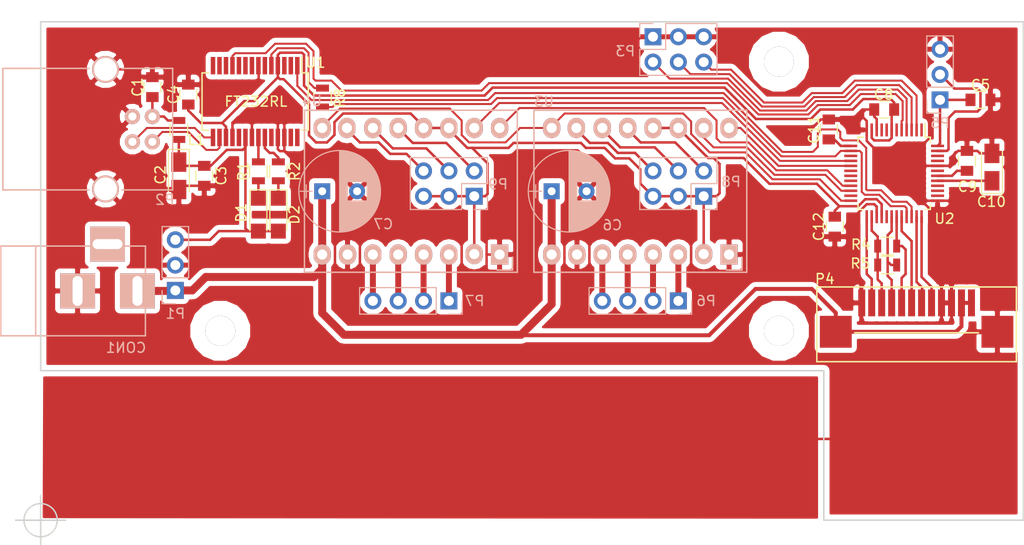
<source format=kicad_pcb>
(kicad_pcb (version 4) (host pcbnew 4.0.7)
  (title_block (title "PCB Laser Exposer II") (date 2018-06-19) (rev 1) (company "Io Engineering") (comment 1 Terje) (comment 4 "Licensed under CERN OHL v.1.2 or later"))
  (layers (0 F.Cu signal) (31 B.Cu signal) (34 B.Paste user) (35 F.Paste user) (36 B.SilkS user) (37 F.SilkS user) (38 B.Mask user) (39 F.Mask user) (44 Edge.Cuts user))
  (net 0 "")
  (net 1 "Net-(C1-Pad1)")
  (net 2 GND)
  (net 3 +5V)
  (net 4 +3V3)
  (net 5 "Net-(C5-Pad1)")
  (net 6 "Net-(D1-Pad1)")
  (net 7 "Net-(D2-Pad1)")
  (net 8 "Net-(P2-Pad2)")
  (net 9 "Net-(P2-Pad3)")
  (net 10 /ZDIR)
  (net 11 /ZSTEP)
  (net 12 /SDA)
  (net 13 /SCL)
  (net 14 /LASER)
  (net 15 /ZHOME)
  (net 16 "Net-(P6-Pad1)")
  (net 17 "Net-(P6-Pad2)")
  (net 18 "Net-(P6-Pad3)")
  (net 19 "Net-(P6-Pad4)")
  (net 20 "Net-(P7-Pad1)")
  (net 21 "Net-(P7-Pad2)")
  (net 22 "Net-(P7-Pad3)")
  (net 23 "Net-(P7-Pad4)")
  (net 24 "Net-(R1-Pad1)")
  (net 25 "Net-(R2-Pad1)")
  (net 26 /TxD)
  (net 27 "Net-(U1-Pad2)")
  (net 28 "Net-(U1-Pad6)")
  (net 29 NC)
  (net 30 "Net-(U1-Pad9)")
  (net 31 "Net-(U1-Pad10)")
  (net 32 "Net-(U1-Pad12)")
  (net 33 "Net-(U1-Pad13)")
  (net 34 "Net-(U1-Pad14)")
  (net 35 "Net-(U1-Pad19)")
  (net 36 "Net-(U1-Pad24)")
  (net 37 "Net-(U1-Pad27)")
  (net 38 "Net-(U1-Pad28)")
  (net 39 +12V)
  (net 40 "Net-(P5-Pad2)")
  (net 41 "Net-(CON1-Pad3)")
  (net 42 "Net-(U2-Pad6)")
  (net 43 "Net-(U2-Pad38)")
  (net 44 "Net-(U2-Pad39)")
  (net 45 "Net-(U2-Pad40)")
  (net 46 "Net-(U2-Pad43)")
  (net 47 /XSTEP)
  (net 48 /XDIR)
  (net 49 /YSTEP)
  (net 50 /YDIR)
  (net 51 /RTS)
  (net 52 "Net-(U2-Pad1)")
  (net 53 /MOT)
  (net 54 "Net-(P8-Pad2)")
  (net 55 "Net-(P8-Pad4)")
  (net 56 "Net-(P8-Pad6)")
  (net 57 "Net-(P9-Pad2)")
  (net 58 "Net-(P9-Pad4)")
  (net 59 "Net-(P9-Pad6)")
  (net 60 /ESTOP)
  (net 61 /YHOME)
  (net 62 /XHOME)
  (net 63 /RxD)
  (net 64 "Net-(U2-Pad15)")
  (net 65 "Net-(U2-Pad20)")
  (net 66 "Net-(C9-Pad1)")
  (net 67 "Net-(C10-Pad1)")
  (net 68 "Net-(C11-Pad1)")
  (net 69 "Net-(R8-Pad2)")
  (net 70 "Net-(U2-Pad9)")
  (net 71 /VDAC)
  (net 72 "Net-(U2-Pad19)")
  (net 73 "Net-(U2-Pad23)")
  (net 74 "Net-(U2-Pad18)")
  (net 75 "Net-(U1-Pad3)")
  (net 76 "Net-(U2-Pad8)")
  (net 77 "Net-(U2-Pad46)")
  (net 78 "Net-(U2-Pad45)")
  (net 79 "Net-(U2-Pad29)")
  (module IoEngineering:MountingHole_3mm_ClrHead (layer F.Cu) (at 18 -19)
    (fp_text reference REF** hide)
    (fp_text value MountingHole_3mm hide)
    (pad 1 thru_hole circle (at 0 0) (size 3 3) (drill 3) (layers *.Cu) (clearance 1.5))
  )
  (module IoEngineering:MOLEX_52271-1279 (layer F.Cu) (at 87.8 -21.8)
    (fp_text reference P4 (at -9.2 -2.4) (layer F.SilkS))
    (fp_text value CONN_01X14)
    (pad 1 smd rect (at -5.5 0) (size 0.7 2.7) (layers F.Cu F.Paste F.Mask) (net 2 GND))
    (pad 2 smd rect (at -4.5 0) (size 0.7 2.7) (layers F.Cu F.Paste F.Mask) (net 15 /ZHOME))
    (pad 3 smd rect (at -3.5 0) (size 0.7 2.7) (layers F.Cu F.Paste F.Mask) (net 71 /VDAC))
    (pad 4 smd rect (at -2.5 0) (size 0.7 2.7) (layers F.Cu F.Paste F.Mask) (net 12 /SDA))
    (pad 5 smd rect (at -1.5 0) (size 0.7 2.7) (layers F.Cu F.Paste F.Mask) (net 13 /SCL))
    (pad 6 smd rect (at -0.5 0) (size 0.7 2.7) (layers F.Cu F.Paste F.Mask) (net 10 /ZDIR))
    (pad 7 smd rect (at 0.5 0) (size 0.7 2.7) (layers F.Cu F.Paste F.Mask) (net 11 /ZSTEP))
    (pad 8 smd rect (at 1.5 0) (size 0.7 2.7) (layers F.Cu F.Paste F.Mask) (net 14 /LASER))
    (pad 9 smd rect (at 2.5 0) (size 0.7 2.7) (layers F.Cu F.Paste F.Mask) (net 2 GND))
    (pad 10 smd rect (at 3.5 0) (size 0.7 2.7) (layers F.Cu F.Paste F.Mask) (net 2 GND))
    (pad 11 smd rect (at 4.5 0) (size 0.7 2.7) (layers F.Cu F.Paste F.Mask) (net 39 +12V))
    (pad 12 smd rect (at 5.5 0) (size 0.7 2.7) (layers F.Cu F.Paste F.Mask) (net 39 +12V))
    (pad 13 smd rect (at -8.1 2.9) (size 3.2 3.2) (layers F.Cu F.Paste F.Mask) (net 39 +12V))
    (pad 14 smd rect (at 8.1 2.9) (size 3.2 3.2) (layers F.Cu F.Paste F.Mask) (net 2 GND))
  )
  (module IoEngineering:MountingHole_3mm_ClrHead (layer F.Cu) (at 74 -46)
    (fp_text reference REF** hide)
    (fp_text value MountingHole_3mm)
    (pad 1 thru_hole circle (at 0 0) (size 3 3) (drill 3) (layers *.Cu) (clearance 1.5))
  )
  (module Resistors_SMD:R_0805 (layer F.Cu) (at 84.85 -25.6)
    (fp_text reference R5 (at -2.7 -0.15) (layer F.SilkS))
    (fp_text value 6K8)
    (pad 1 smd rect (at -0.95 0) (size 0.7 1.3) (layers F.Cu F.Paste F.Mask) (net 71 /VDAC))
    (pad 2 smd rect (at 0.95 0) (size 0.7 1.3) (layers F.Cu F.Paste F.Mask) (net 12 /SDA))
  )
  (module Housings_QFP:TQFP-48_7x7mm_Pitch0.5mm (layer F.Cu) (at 85.55 -34.8 270)
    (fp_text reference U2 (at 4.55 -5.05 360) (layer F.SilkS))
    (fp_text value MSP430F5310-48)
    (pad 1 smd rect (at -4.35 -2.75 270) (size 1.3 0.25) (layers F.Cu F.Paste F.Mask) (net 52 "Net-(U2-Pad1)"))
    (pad 2 smd rect (at -4.35 -2.25 270) (size 1.3 0.25) (layers F.Cu F.Paste F.Mask) (net 62 /XHOME))
    (pad 3 smd rect (at -4.35 -1.75 270) (size 1.3 0.25) (layers F.Cu F.Paste F.Mask) (net 61 /YHOME))
    (pad 4 smd rect (at -4.35 -1.25 270) (size 1.3 0.25) (layers F.Cu F.Paste F.Mask) (net 60 /ESTOP))
    (pad 5 smd rect (at -4.35 -0.75 270) (size 1.3 0.25) (layers F.Cu F.Paste F.Mask) (net 51 /RTS))
    (pad 6 smd rect (at -4.35 -0.25 270) (size 1.3 0.25) (layers F.Cu F.Paste F.Mask) (net 42 "Net-(U2-Pad6)"))
    (pad 7 smd rect (at -4.35 0.25 270) (size 1.3 0.25) (layers F.Cu F.Paste F.Mask) (net 4 +3V3))
    (pad 8 smd rect (at -4.35 0.75 270) (size 1.3 0.25) (layers F.Cu F.Paste F.Mask) (net 76 "Net-(U2-Pad8)"))
    (pad 9 smd rect (at -4.35 1.25 270) (size 1.3 0.25) (layers F.Cu F.Paste F.Mask) (net 70 "Net-(U2-Pad9)"))
    (pad 10 smd rect (at -4.35 1.75 270) (size 1.3 0.25) (layers F.Cu F.Paste F.Mask) (net 2 GND))
    (pad 11 smd rect (at -4.35 2.25 270) (size 1.3 0.25) (layers F.Cu F.Paste F.Mask) (net 4 +3V3))
    (pad 12 smd rect (at -4.35 2.75 270) (size 1.3 0.25) (layers F.Cu F.Paste F.Mask) (net 2 GND))
    (pad 13 smd rect (at -2.75 4.35) (size 1.3 0.25) (layers F.Cu F.Paste F.Mask) (net 68 "Net-(C11-Pad1)"))
    (pad 14 smd rect (at -2.25 4.35) (size 1.3 0.25) (layers F.Cu F.Paste F.Mask) (net 63 /RxD))
    (pad 15 smd rect (at -1.75 4.35) (size 1.3 0.25) (layers F.Cu F.Paste F.Mask) (net 64 "Net-(U2-Pad15)"))
    (pad 16 smd rect (at -1.25 4.35) (size 1.3 0.25) (layers F.Cu F.Paste F.Mask) (net 49 /YSTEP))
    (pad 17 smd rect (at -0.75 4.35) (size 1.3 0.25) (layers F.Cu F.Paste F.Mask) (net 48 /XDIR))
    (pad 18 smd rect (at -0.25 4.35) (size 1.3 0.25) (layers F.Cu F.Paste F.Mask) (net 74 "Net-(U2-Pad18)"))
    (pad 19 smd rect (at 0.25 4.35) (size 1.3 0.25) (layers F.Cu F.Paste F.Mask) (net 72 "Net-(U2-Pad19)"))
    (pad 20 smd rect (at 0.75 4.35) (size 1.3 0.25) (layers F.Cu F.Paste F.Mask) (net 65 "Net-(U2-Pad20)"))
    (pad 21 smd rect (at 1.25 4.35) (size 1.3 0.25) (layers F.Cu F.Paste F.Mask) (net 50 /YDIR))
    (pad 22 smd rect (at 1.75 4.35) (size 1.3 0.25) (layers F.Cu F.Paste F.Mask) (net 47 /XSTEP))
    (pad 23 smd rect (at 2.25 4.35) (size 1.3 0.25) (layers F.Cu F.Paste F.Mask) (net 73 "Net-(U2-Pad23)"))
    (pad 24 smd rect (at 2.75 4.35) (size 1.3 0.25) (layers F.Cu F.Paste F.Mask) (net 53 /MOT))
    (pad 25 smd rect (at 4.35 2.75 270) (size 1.3 0.25) (layers F.Cu F.Paste F.Mask) (net 15 /ZHOME))
    (pad 26 smd rect (at 4.35 2.25 270) (size 1.3 0.25) (layers F.Cu F.Paste F.Mask) (net 71 /VDAC))
    (pad 27 smd rect (at 4.35 1.75 270) (size 1.3 0.25) (layers F.Cu F.Paste F.Mask) (net 2 GND))
    (pad 28 smd rect (at 4.35 1.25 270) (size 1.3 0.25) (layers F.Cu F.Paste F.Mask) (net 4 +3V3))
    (pad 29 smd rect (at 4.35 0.75 270) (size 1.3 0.25) (layers F.Cu F.Paste F.Mask) (net 79 "Net-(U2-Pad29)"))
    (pad 30 smd rect (at 4.35 0.25 270) (size 1.3 0.25) (layers F.Cu F.Paste F.Mask) (net 12 /SDA))
    (pad 31 smd rect (at 4.35 -0.25 270) (size 1.3 0.25) (layers F.Cu F.Paste F.Mask) (net 13 /SCL))
    (pad 32 smd rect (at 4.35 -0.75 270) (size 1.3 0.25) (layers F.Cu F.Paste F.Mask) (net 10 /ZDIR))
    (pad 33 smd rect (at 4.35 -1.25 270) (size 1.3 0.25) (layers F.Cu F.Paste F.Mask) (net 63 /RxD))
    (pad 34 smd rect (at 4.35 -1.75 270) (size 1.3 0.25) (layers F.Cu F.Paste F.Mask) (net 26 /TxD))
    (pad 35 smd rect (at 4.35 -2.25 270) (size 1.3 0.25) (layers F.Cu F.Paste F.Mask) (net 11 /ZSTEP))
    (pad 36 smd rect (at 4.35 -2.75 270) (size 1.3 0.25) (layers F.Cu F.Paste F.Mask) (net 14 /LASER))
    (pad 37 smd rect (at 2.75 -4.35) (size 1.3 0.25) (layers F.Cu F.Paste F.Mask) (net 2 GND))
    (pad 38 smd rect (at 2.25 -4.35) (size 1.3 0.25) (layers F.Cu F.Paste F.Mask) (net 43 "Net-(U2-Pad38)"))
    (pad 39 smd rect (at 1.75 -4.35) (size 1.3 0.25) (layers F.Cu F.Paste F.Mask) (net 44 "Net-(U2-Pad39)"))
    (pad 40 smd rect (at 1.25 -4.35) (size 1.3 0.25) (layers F.Cu F.Paste F.Mask) (net 45 "Net-(U2-Pad40)"))
    (pad 41 smd rect (at 0.75 -4.35) (size 1.3 0.25) (layers F.Cu F.Paste F.Mask) (net 67 "Net-(C10-Pad1)"))
    (pad 42 smd rect (at 0.25 -4.35) (size 1.3 0.25) (layers F.Cu F.Paste F.Mask) (net 66 "Net-(C9-Pad1)"))
    (pad 43 smd rect (at -0.25 -4.35) (size 1.3 0.25) (layers F.Cu F.Paste F.Mask) (net 46 "Net-(U2-Pad43)"))
    (pad 44 smd rect (at -0.75 -4.35) (size 1.3 0.25) (layers F.Cu F.Paste F.Mask) (net 2 GND))
    (pad 45 smd rect (at -1.25 -4.35) (size 1.3 0.25) (layers F.Cu F.Paste F.Mask) (net 78 "Net-(U2-Pad45)"))
    (pad 46 smd rect (at -1.75 -4.35) (size 1.3 0.25) (layers F.Cu F.Paste F.Mask) (net 77 "Net-(U2-Pad46)"))
    (pad 47 smd rect (at -2.25 -4.35) (size 1.3 0.25) (layers F.Cu F.Paste F.Mask) (net 40 "Net-(P5-Pad2)"))
    (pad 48 smd rect (at -2.75 -4.35) (size 1.3 0.25) (layers F.Cu F.Paste F.Mask) (net 5 "Net-(C5-Pad1)"))
  )
  (module Connect:USB_B (layer B.Cu) (at 11.199 -40.5 180)
    (fp_text reference P2 (at -1.251 -8.35 180) (layer B.SilkS) (effects (justify mirror)))
    (fp_text value USB_B)
    (pad 2 thru_hole circle (at 0 -2.54 270) (size 1.524 1.524) (drill 0.8128) (layers *.Cu *.Mask B.SilkS) (net 8 "Net-(P2-Pad2)"))
    (pad 1 thru_hole circle (at 0 0 270) (size 1.524 1.524) (drill 0.8128) (layers *.Cu *.Mask B.SilkS) (net 1 "Net-(C1-Pad1)"))
    (pad 4 thru_hole circle (at 1.99898 0 270) (size 1.524 1.524) (drill 0.8128) (layers *.Cu *.Mask B.SilkS) (net 2 GND))
    (pad 3 thru_hole circle (at 1.99898 -2.54 270) (size 1.524 1.524) (drill 0.8128) (layers *.Cu *.Mask B.SilkS) (net 9 "Net-(P2-Pad3)"))
    (pad 5 thru_hole circle (at 4.699 -7.26948 270) (size 2.70002 2.70002) (drill 2.30124) (layers *.Cu *.Mask B.SilkS) (net 2 GND))
    (pad 5 thru_hole circle (at 4.699 4.72948 270) (size 2.70002 2.70002) (drill 2.30124) (layers *.Cu *.Mask B.SilkS) (net 2 GND))
  )
  (module Housings_SSOP:SSOP-28_5.3x10.2mm_Pitch0.65mm (layer F.Cu) (at 21.5 -42 270)
    (fp_text reference U1 (at -3.9 -6.05 540) (layer F.SilkS))
    (fp_text value FT232RL (at 0 -0.075 540) (layer F.SilkS))
    (pad 1 smd rect (at -3.6 -4.225 270) (size 1.75 0.45) (layers F.Cu F.Paste F.Mask) (net 26 /TxD))
    (pad 2 smd rect (at -3.6 -3.575 270) (size 1.75 0.45) (layers F.Cu F.Paste F.Mask) (net 27 "Net-(U1-Pad2)"))
    (pad 3 smd rect (at -3.6 -2.925 270) (size 1.75 0.45) (layers F.Cu F.Paste F.Mask) (net 75 "Net-(U1-Pad3)"))
    (pad 4 smd rect (at -3.6 -2.275 270) (size 1.75 0.45) (layers F.Cu F.Paste F.Mask) (net 4 +3V3))
    (pad 5 smd rect (at -3.6 -1.625 270) (size 1.75 0.45) (layers F.Cu F.Paste F.Mask) (net 69 "Net-(R8-Pad2)"))
    (pad 6 smd rect (at -3.6 -0.975 270) (size 1.75 0.45) (layers F.Cu F.Paste F.Mask) (net 28 "Net-(U1-Pad6)"))
    (pad 7 smd rect (at -3.6 -0.325 270) (size 1.75 0.45) (layers F.Cu F.Paste F.Mask) (net 2 GND))
    (pad 8 smd rect (at -3.6 0.325 270) (size 1.75 0.45) (layers F.Cu F.Paste F.Mask) (net 29 NC))
    (pad 9 smd rect (at -3.6 0.975 270) (size 1.75 0.45) (layers F.Cu F.Paste F.Mask) (net 30 "Net-(U1-Pad9)"))
    (pad 10 smd rect (at -3.6 1.625 270) (size 1.75 0.45) (layers F.Cu F.Paste F.Mask) (net 31 "Net-(U1-Pad10)"))
    (pad 11 smd rect (at -3.6 2.275 270) (size 1.75 0.45) (layers F.Cu F.Paste F.Mask) (net 51 /RTS))
    (pad 12 smd rect (at -3.6 2.925 270) (size 1.75 0.45) (layers F.Cu F.Paste F.Mask) (net 32 "Net-(U1-Pad12)"))
    (pad 13 smd rect (at -3.6 3.575 270) (size 1.75 0.45) (layers F.Cu F.Paste F.Mask) (net 33 "Net-(U1-Pad13)"))
    (pad 14 smd rect (at -3.6 4.225 270) (size 1.75 0.45) (layers F.Cu F.Paste F.Mask) (net 34 "Net-(U1-Pad14)"))
    (pad 15 smd rect (at 3.6 4.225 270) (size 1.75 0.45) (layers F.Cu F.Paste F.Mask) (net 9 "Net-(P2-Pad3)"))
    (pad 16 smd rect (at 3.6 3.575 270) (size 1.75 0.45) (layers F.Cu F.Paste F.Mask) (net 8 "Net-(P2-Pad2)"))
    (pad 17 smd rect (at 3.6 2.925 270) (size 1.75 0.45) (layers F.Cu F.Paste F.Mask) (net 4 +3V3))
    (pad 18 smd rect (at 3.6 2.275 270) (size 1.75 0.45) (layers F.Cu F.Paste F.Mask) (net 2 GND))
    (pad 19 smd rect (at 3.6 1.625 270) (size 1.75 0.45) (layers F.Cu F.Paste F.Mask) (net 35 "Net-(U1-Pad19)"))
    (pad 20 smd rect (at 3.6 0.975 270) (size 1.75 0.45) (layers F.Cu F.Paste F.Mask) (net 3 +5V))
    (pad 21 smd rect (at 3.6 0.325 270) (size 1.75 0.45) (layers F.Cu F.Paste F.Mask) (net 2 GND))
    (pad 22 smd rect (at 3.6 -0.325 270) (size 1.75 0.45) (layers F.Cu F.Paste F.Mask) (net 24 "Net-(R1-Pad1)"))
    (pad 23 smd rect (at 3.6 -0.975 270) (size 1.75 0.45) (layers F.Cu F.Paste F.Mask) (net 25 "Net-(R2-Pad1)"))
    (pad 24 smd rect (at 3.6 -1.625 270) (size 1.75 0.45) (layers F.Cu F.Paste F.Mask) (net 36 "Net-(U1-Pad24)"))
    (pad 25 smd rect (at 3.6 -2.275 270) (size 1.75 0.45) (layers F.Cu F.Paste F.Mask) (net 2 GND))
    (pad 26 smd rect (at 3.6 -2.925 270) (size 1.75 0.45) (layers F.Cu F.Paste F.Mask) (net 2 GND))
    (pad 27 smd rect (at 3.6 -3.575 270) (size 1.75 0.45) (layers F.Cu F.Paste F.Mask) (net 37 "Net-(U1-Pad27)"))
    (pad 28 smd rect (at 3.6 -4.225 270) (size 1.75 0.45) (layers F.Cu F.Paste F.Mask) (net 38 "Net-(U1-Pad28)"))
  )
  (module Engineering_Conn:Polulu_A4988 (layer B.Cu) (at 69 -33 90)
    (fp_text reference U3 (at 9 -18.55 180) (layer B.SilkS) (effects (justify mirror)))
    (fp_text value POLOLU_A4988)
    (pad 1 thru_hole rect (at -6.35 0 90) (size 2.032 1.7272) (drill 1.016) (layers *.Cu *.Mask B.SilkS) (net 2 GND))
    (pad 2 thru_hole oval (at -6.2992 -2.54 90) (size 2.032 1.7272) (drill 1.016) (layers *.Cu *.Mask B.SilkS) (net 4 +3V3))
    (pad 3 thru_hole oval (at -6.35 -5.08 90) (size 2.032 1.7272) (drill 1.016) (layers *.Cu *.Mask B.SilkS) (net 16 "Net-(P6-Pad1)"))
    (pad 4 thru_hole oval (at -6.35 -7.62 90) (size 2.032 1.7272) (drill 1.016) (layers *.Cu *.Mask B.SilkS) (net 17 "Net-(P6-Pad2)"))
    (pad 5 thru_hole oval (at -6.35 -10.16 90) (size 2.032 1.7272) (drill 1.016) (layers *.Cu *.Mask B.SilkS) (net 18 "Net-(P6-Pad3)"))
    (pad 6 thru_hole oval (at -6.35 -12.7 90) (size 2.032 1.7272) (drill 1.016) (layers *.Cu *.Mask B.SilkS) (net 19 "Net-(P6-Pad4)"))
    (pad 7 thru_hole oval (at -6.35 -15.24 90) (size 2.032 1.7272) (drill 1.016) (layers *.Cu *.Mask B.SilkS) (net 2 GND))
    (pad 8 thru_hole oval (at -6.35 -17.78 90) (size 2.032 1.7272) (drill 1.016) (layers *.Cu *.Mask B.SilkS) (net 39 +12V))
    (pad 9 thru_hole oval (at 6.35 -17.78 90) (size 2.032 1.7272) (drill 1.016) (layers *.Cu *.Mask B.SilkS) (net 53 /MOT))
    (pad 10 thru_hole oval (at 6.35 -15.3 90) (size 2.032 1.7272) (drill 1.016) (layers *.Cu *.Mask B.SilkS) (net 56 "Net-(P8-Pad6)"))
    (pad 11 thru_hole oval (at 6.35 -12.7 90) (size 2.032 1.7272) (drill 1.016) (layers *.Cu *.Mask B.SilkS) (net 55 "Net-(P8-Pad4)"))
    (pad 12 thru_hole oval (at 6.35 -10.16 90) (size 2.032 1.7272) (drill 1.016) (layers *.Cu *.Mask B.SilkS) (net 54 "Net-(P8-Pad2)"))
    (pad 13 thru_hole oval (at 6.35 -7.62 90) (size 2.032 1.7272) (drill 1.016) (layers *.Cu *.Mask B.SilkS) (net 4 +3V3))
    (pad 14 thru_hole oval (at 6.35 -5.08 90) (size 2.032 1.7272) (drill 1.016) (layers *.Cu *.Mask B.SilkS) (net 4 +3V3))
    (pad 15 thru_hole oval (at 6.35 -2.54 90) (size 2.032 1.7272) (drill 1.016) (layers *.Cu *.Mask B.SilkS) (net 47 /XSTEP))
    (pad 16 thru_hole oval (at 6.35 0 90) (size 2.032 1.7272) (drill 1.016) (layers *.Cu *.Mask B.SilkS) (net 48 /XDIR))
  )
  (module Engineering_Conn:Polulu_A4988 (layer B.Cu) (at 46 -33 90)
    (fp_text reference U4 (at 9.05 -18.8 360) (layer B.SilkS) (effects (justify mirror)))
    (fp_text value POLOLU_A4988)
    (pad 1 thru_hole rect (at -6.35 0 90) (size 2.032 1.7272) (drill 1.016) (layers *.Cu *.Mask B.SilkS) (net 2 GND))
    (pad 2 thru_hole oval (at -6.2992 -2.54 90) (size 2.032 1.7272) (drill 1.016) (layers *.Cu *.Mask B.SilkS) (net 4 +3V3))
    (pad 3 thru_hole oval (at -6.35 -5.08 90) (size 2.032 1.7272) (drill 1.016) (layers *.Cu *.Mask B.SilkS) (net 20 "Net-(P7-Pad1)"))
    (pad 4 thru_hole oval (at -6.35 -7.62 90) (size 2.032 1.7272) (drill 1.016) (layers *.Cu *.Mask B.SilkS) (net 21 "Net-(P7-Pad2)"))
    (pad 5 thru_hole oval (at -6.35 -10.16 90) (size 2.032 1.7272) (drill 1.016) (layers *.Cu *.Mask B.SilkS) (net 22 "Net-(P7-Pad3)"))
    (pad 6 thru_hole oval (at -6.35 -12.7 90) (size 2.032 1.7272) (drill 1.016) (layers *.Cu *.Mask B.SilkS) (net 23 "Net-(P7-Pad4)"))
    (pad 7 thru_hole oval (at -6.35 -15.24 90) (size 2.032 1.7272) (drill 1.016) (layers *.Cu *.Mask B.SilkS) (net 2 GND))
    (pad 8 thru_hole oval (at -6.35 -17.78 90) (size 2.032 1.7272) (drill 1.016) (layers *.Cu *.Mask B.SilkS) (net 39 +12V))
    (pad 9 thru_hole oval (at 6.35 -17.78 90) (size 2.032 1.7272) (drill 1.016) (layers *.Cu *.Mask B.SilkS) (net 53 /MOT))
    (pad 10 thru_hole oval (at 6.35 -15.3 90) (size 2.032 1.7272) (drill 1.016) (layers *.Cu *.Mask B.SilkS) (net 59 "Net-(P9-Pad6)"))
    (pad 11 thru_hole oval (at 6.35 -12.7 90) (size 2.032 1.7272) (drill 1.016) (layers *.Cu *.Mask B.SilkS) (net 58 "Net-(P9-Pad4)"))
    (pad 12 thru_hole oval (at 6.35 -10.16 90) (size 2.032 1.7272) (drill 1.016) (layers *.Cu *.Mask B.SilkS) (net 57 "Net-(P9-Pad2)"))
    (pad 13 thru_hole oval (at 6.35 -7.62 90) (size 2.032 1.7272) (drill 1.016) (layers *.Cu *.Mask B.SilkS) (net 4 +3V3))
    (pad 14 thru_hole oval (at 6.35 -5.08 90) (size 2.032 1.7272) (drill 1.016) (layers *.Cu *.Mask B.SilkS) (net 4 +3V3))
    (pad 15 thru_hole oval (at 6.35 -2.54 90) (size 2.032 1.7272) (drill 1.016) (layers *.Cu *.Mask B.SilkS) (net 49 /YSTEP))
    (pad 16 thru_hole oval (at 6.35 0 90) (size 2.032 1.7272) (drill 1.016) (layers *.Cu *.Mask B.SilkS) (net 50 /YDIR))
  )
  (module Connect:BARREL_JACK (layer B.Cu) (at 3.5 -23)
    (fp_text reference CON1 (at 5.05 5.7 180) (layer B.SilkS) (effects (justify mirror)))
    (fp_text value "12V DC")
    (pad 1 thru_hole rect (at 6.20014 0) (size 3.50012 3.50012) (drill oval 1.00076 2.99974) (layers *.Cu *.Mask B.SilkS) (net 39 +12V))
    (pad 2 thru_hole rect (at 0.20066 0) (size 3.50012 3.50012) (drill oval 1.00076 2.99974) (layers *.Cu *.Mask B.SilkS) (net 2 GND))
    (pad 3 thru_hole rect (at 3.2004 -4.699) (size 3.50012 3.50012) (drill oval 2.99974 1.00076) (layers *.Cu *.Mask B.SilkS) (net 41 "Net-(CON1-Pad3)"))
  )
  (module Pin_Headers:Pin_Header_Straight_2x03_Pitch2.54mm (layer B.Cu) (at 66.46 -32.5 90)
    (fp_text reference P8 (at 1.45 2.74 180) (layer B.SilkS) (effects (justify mirror)))
    (fp_text value CONN_02X03)
    (pad 1 thru_hole rect (at 0 0 90) (size 1.7 1.7) (drill 1) (layers *.Cu *.Mask) (net 4 +3V3))
    (pad 2 thru_hole oval (at 2.54 0 90) (size 1.7 1.7) (drill 1) (layers *.Cu *.Mask) (net 54 "Net-(P8-Pad2)"))
    (pad 3 thru_hole oval (at 0 -2.54 90) (size 1.7 1.7) (drill 1) (layers *.Cu *.Mask) (net 4 +3V3))
    (pad 4 thru_hole oval (at 2.54 -2.54 90) (size 1.7 1.7) (drill 1) (layers *.Cu *.Mask) (net 55 "Net-(P8-Pad4)"))
    (pad 5 thru_hole oval (at 0 -5.08 90) (size 1.7 1.7) (drill 1) (layers *.Cu *.Mask) (net 4 +3V3))
    (pad 6 thru_hole oval (at 2.54 -5.08 90) (size 1.7 1.7) (drill 1) (layers *.Cu *.Mask) (net 56 "Net-(P8-Pad6)"))
  )
  (module Pin_Headers:Pin_Header_Straight_2x03_Pitch2.54mm (layer B.Cu) (at 43.46 -32.5 90)
    (fp_text reference P9 (at 1.2 2.39 180) (layer B.SilkS) (effects (justify mirror)))
    (fp_text value CONN_02X03)
    (pad 1 thru_hole rect (at 0 0 90) (size 1.7 1.7) (drill 1) (layers *.Cu *.Mask) (net 4 +3V3))
    (pad 2 thru_hole oval (at 2.54 0 90) (size 1.7 1.7) (drill 1) (layers *.Cu *.Mask) (net 57 "Net-(P9-Pad2)"))
    (pad 3 thru_hole oval (at 0 -2.54 90) (size 1.7 1.7) (drill 1) (layers *.Cu *.Mask) (net 4 +3V3))
    (pad 4 thru_hole oval (at 2.54 -2.54 90) (size 1.7 1.7) (drill 1) (layers *.Cu *.Mask) (net 58 "Net-(P9-Pad4)"))
    (pad 5 thru_hole oval (at 0 -5.08 90) (size 1.7 1.7) (drill 1) (layers *.Cu *.Mask) (net 4 +3V3))
    (pad 6 thru_hole oval (at 2.54 -5.08 90) (size 1.7 1.7) (drill 1) (layers *.Cu *.Mask) (net 59 "Net-(P9-Pad6)"))
  )
  (module Capacitors_THT:CP_Radial_D8.0mm_P3.50mm (layer B.Cu) (at 51.22 -33)
    (fp_text reference C6 (at 6.08 3.4 180) (layer B.SilkS) (effects (justify mirror)))
    (fp_text value 100uF/16V)
    (pad 1 thru_hole rect (at 0 0) (size 1.6 1.6) (drill 0.8) (layers *.Cu *.Mask) (net 39 +12V))
    (pad 2 thru_hole circle (at 3.5 0) (size 1.6 1.6) (drill 0.8) (layers *.Cu *.Mask) (net 2 GND))
  )
  (module Capacitors_THT:CP_Radial_D8.0mm_P3.50mm (layer B.Cu) (at 28.22 -33)
    (fp_text reference C7 (at 6.13 3.3 180) (layer B.SilkS) (effects (justify mirror)))
    (fp_text value 100uF/16V)
    (pad 1 thru_hole rect (at 0 0) (size 1.6 1.6) (drill 0.8) (layers *.Cu *.Mask) (net 39 +12V))
    (pad 2 thru_hole circle (at 3.5 0) (size 1.6 1.6) (drill 0.8) (layers *.Cu *.Mask) (net 2 GND))
  )
  (module Pin_Headers:Pin_Header_Straight_1x04_Pitch2.54mm (layer B.Cu) (at 63.92 -22 90)
    (fp_text reference P6 (at 0 2.78 180) (layer B.SilkS) (effects (justify mirror)))
    (fp_text value XAXIS)
    (pad 1 thru_hole rect (at 0 0 90) (size 1.7 1.7) (drill 1) (layers *.Cu *.Mask) (net 16 "Net-(P6-Pad1)"))
    (pad 2 thru_hole oval (at 0 -2.54 90) (size 1.7 1.7) (drill 1) (layers *.Cu *.Mask) (net 17 "Net-(P6-Pad2)"))
    (pad 3 thru_hole oval (at 0 -5.08 90) (size 1.7 1.7) (drill 1) (layers *.Cu *.Mask) (net 18 "Net-(P6-Pad3)"))
    (pad 4 thru_hole oval (at 0 -7.62 90) (size 1.7 1.7) (drill 1) (layers *.Cu *.Mask) (net 19 "Net-(P6-Pad4)"))
  )
  (module Pin_Headers:Pin_Header_Straight_1x04_Pitch2.54mm (layer B.Cu) (at 40.92 -22 90)
    (fp_text reference P7 (at 0 2.58 180) (layer B.SilkS) (effects (justify mirror)))
    (fp_text value YAXIS)
    (pad 1 thru_hole rect (at 0 0 90) (size 1.7 1.7) (drill 1) (layers *.Cu *.Mask) (net 20 "Net-(P7-Pad1)"))
    (pad 2 thru_hole oval (at 0 -2.54 90) (size 1.7 1.7) (drill 1) (layers *.Cu *.Mask) (net 21 "Net-(P7-Pad2)"))
    (pad 3 thru_hole oval (at 0 -5.08 90) (size 1.7 1.7) (drill 1) (layers *.Cu *.Mask) (net 22 "Net-(P7-Pad3)"))
    (pad 4 thru_hole oval (at 0 -7.62 90) (size 1.7 1.7) (drill 1) (layers *.Cu *.Mask) (net 23 "Net-(P7-Pad4)"))
  )
  (module Capacitors_Tantalum_SMD:CP_Tantalum_Case-A_EIA-3216-18_Reflow (layer F.Cu) (at 95.35 -35.425 90)
    (fp_text reference C10 (at -3.475 -0.05 180) (layer F.SilkS))
    (fp_text value 4.7uF)
    (pad 1 smd rect (at -1.375 0 90) (size 1.95 1.5) (layers F.Cu F.Paste F.Mask) (net 67 "Net-(C10-Pad1)"))
    (pad 2 smd rect (at 1.375 0 90) (size 1.95 1.5) (layers F.Cu F.Paste F.Mask) (net 2 GND))
  )
  (module LEDs:LED_1206 (layer F.Cu) (at 21.825 -30.65 270)
    (fp_text reference D1 (at -0.2 1.725 270) (layer F.SilkS))
    (fp_text value LED)
    (pad 2 smd rect (at 1.65 0 90) (size 1.5 1.5) (layers F.Cu F.Paste F.Mask) (net 3 +5V))
    (pad 1 smd rect (at -1.65 0 90) (size 1.5 1.5) (layers F.Cu F.Paste F.Mask) (net 6 "Net-(D1-Pad1)"))
  )
  (module LEDs:LED_1206 (layer F.Cu) (at 23.825 -30.65 270)
    (fp_text reference D2 (at 0 -1.6 270) (layer F.SilkS))
    (fp_text value LED)
    (pad 2 smd rect (at 1.65 0 90) (size 1.5 1.5) (layers F.Cu F.Paste F.Mask) (net 3 +5V))
    (pad 1 smd rect (at -1.65 0 90) (size 1.5 1.5) (layers F.Cu F.Paste F.Mask) (net 7 "Net-(D2-Pad1)"))
  )
  (module Capacitors_SMD:C_0805 (layer F.Cu) (at 84.55 -41.2 180)
    (fp_text reference C8 (at 0.05 1.5 180) (layer F.SilkS))
    (fp_text value 100nF)
    (pad 1 smd rect (at -1 0 180) (size 1 1.25) (layers F.Cu F.Paste F.Mask) (net 4 +3V3))
    (pad 2 smd rect (at 1 0 180) (size 1 1.25) (layers F.Cu F.Paste F.Mask) (net 2 GND))
  )
  (module Capacitors_SMD:C_0805 (layer F.Cu) (at 79 -39.2 90)
    (fp_text reference C11 (at 0 -1.5 90) (layer F.SilkS))
    (fp_text value 220nF)
    (pad 1 smd rect (at -1 0 90) (size 1 1.25) (layers F.Cu F.Paste F.Mask) (net 68 "Net-(C11-Pad1)"))
    (pad 2 smd rect (at 1 0 90) (size 1 1.25) (layers F.Cu F.Paste F.Mask) (net 2 GND))
  )
  (module Resistors_SMD:R_0805 (layer F.Cu) (at 13.85 -39.15 270)
    (fp_text reference L1 (at 1 -1.75 360) (layer F.SilkS))
    (fp_text value "Ferrite bead")
    (pad 1 smd rect (at -0.95 0 270) (size 0.7 1.3) (layers F.Cu F.Paste F.Mask) (net 1 "Net-(C1-Pad1)"))
    (pad 2 smd rect (at 0.95 0 270) (size 0.7 1.3) (layers F.Cu F.Paste F.Mask) (net 3 +5V))
  )
  (module Resistors_SMD:R_0805 (layer F.Cu) (at 21.825 -35 270)
    (fp_text reference R1 (at 0 1.525 270) (layer F.SilkS))
    (fp_text value R)
    (pad 1 smd rect (at -0.95 0 270) (size 0.7 1.3) (layers F.Cu F.Paste F.Mask) (net 24 "Net-(R1-Pad1)"))
    (pad 2 smd rect (at 0.95 0 270) (size 0.7 1.3) (layers F.Cu F.Paste F.Mask) (net 6 "Net-(D1-Pad1)"))
  )
  (module Resistors_SMD:R_0805 (layer F.Cu) (at 23.825 -35 270)
    (fp_text reference R2 (at 0 -1.65 270) (layer F.SilkS))
    (fp_text value R)
    (pad 1 smd rect (at -0.95 0 270) (size 0.7 1.3) (layers F.Cu F.Paste F.Mask) (net 25 "Net-(R2-Pad1)"))
    (pad 2 smd rect (at 0.95 0 270) (size 0.7 1.3) (layers F.Cu F.Paste F.Mask) (net 7 "Net-(D2-Pad1)"))
  )
  (module Resistors_SMD:R_0805 (layer F.Cu) (at 84.85 -27.5)
    (fp_text reference R4 (at -2.65 -0.15) (layer F.SilkS))
    (fp_text value 6K8)
    (pad 1 smd rect (at -0.95 0) (size 0.7 1.3) (layers F.Cu F.Paste F.Mask) (net 71 /VDAC))
    (pad 2 smd rect (at 0.95 0) (size 0.7 1.3) (layers F.Cu F.Paste F.Mask) (net 13 /SCL))
  )
  (module Capacitors_SMD:C_0805 (layer F.Cu) (at 79.6 -29.45 270)
    (fp_text reference C12 (at 0 1.6 270) (layer F.SilkS))
    (fp_text value 100nF)
    (pad 1 smd rect (at -1 0 270) (size 1 1.25) (layers F.Cu F.Paste F.Mask) (net 4 +3V3))
    (pad 2 smd rect (at 1 0 270) (size 1 1.25) (layers F.Cu F.Paste F.Mask) (net 2 GND))
  )
  (module Capacitors_SMD:C_0805 (layer F.Cu) (at 11.199 -43.45 90)
    (fp_text reference C1 (at 0 -1.5 90) (layer F.SilkS))
    (fp_text value 100nF)
    (pad 1 smd rect (at -1 0 90) (size 1 1.25) (layers F.Cu F.Paste F.Mask) (net 1 "Net-(C1-Pad1)"))
    (pad 2 smd rect (at 1 0 90) (size 1 1.25) (layers F.Cu F.Paste F.Mask) (net 2 GND))
  )
  (module Capacitors_SMD:C_0805 (layer F.Cu) (at 16.4 -34.55 270)
    (fp_text reference C3 (at 0 -1.7 270) (layer F.SilkS))
    (fp_text value 100nF)
    (pad 1 smd rect (at -1 0 270) (size 1 1.25) (layers F.Cu F.Paste F.Mask) (net 3 +5V))
    (pad 2 smd rect (at 1 0 270) (size 1 1.25) (layers F.Cu F.Paste F.Mask) (net 2 GND))
  )
  (module Capacitors_SMD:C_0805 (layer F.Cu) (at 14.8 -42.7 90)
    (fp_text reference C4 (at 0 -1.5 90) (layer F.SilkS))
    (fp_text value 100nF)
    (pad 1 smd rect (at -1 0 90) (size 1 1.25) (layers F.Cu F.Paste F.Mask) (net 4 +3V3))
    (pad 2 smd rect (at 1 0 90) (size 1 1.25) (layers F.Cu F.Paste F.Mask) (net 2 GND))
  )
  (module Capacitors_SMD:C_0805 (layer F.Cu) (at 94.2 -42.17)
    (fp_text reference C5 (at 0 -1.5) (layer F.SilkS))
    (fp_text value 1nF)
    (pad 1 smd rect (at -1 0) (size 1 1.25) (layers F.Cu F.Paste F.Mask) (net 5 "Net-(C5-Pad1)"))
    (pad 2 smd rect (at 1 0) (size 1 1.25) (layers F.Cu F.Paste F.Mask) (net 2 GND))
  )
  (module Capacitors_SMD:C_0805 (layer F.Cu) (at 92.85 -36.05 90)
    (fp_text reference C9 (at -2.6 0.05 180) (layer F.SilkS))
    (fp_text value 470nF)
    (pad 1 smd rect (at -1 0 90) (size 1 1.25) (layers F.Cu F.Paste F.Mask) (net 66 "Net-(C9-Pad1)"))
    (pad 2 smd rect (at 1 0 90) (size 1 1.25) (layers F.Cu F.Paste F.Mask) (net 2 GND))
  )
  (module Capacitors_Tantalum_SMD:CP_Tantalum_Case-A_EIA-3216-18_Reflow (layer F.Cu) (at 13.85 -34.55 270)
    (fp_text reference C2 (at -0.1 1.85 270) (layer F.SilkS))
    (fp_text value 10uF/16V)
    (pad 1 smd rect (at -1.375 0 270) (size 1.95 1.5) (layers F.Cu F.Paste F.Mask) (net 3 +5V))
    (pad 2 smd rect (at 1.375 0 270) (size 1.95 1.5) (layers F.Cu F.Paste F.Mask) (net 2 GND))
  )
  (module Pin_Headers:Pin_Header_Straight_1x03_Pitch2.54mm (layer B.Cu) (at 13.5 -23.05)
    (fp_text reference P1 (at 0 2.33) (layer B.SilkS) (effects (justify mirror)))
    (fp_text value SWPOWER)
    (pad 1 thru_hole rect (at 0 0) (size 1.7 1.7) (drill 1) (layers *.Cu *.Mask) (net 39 +12V))
    (pad 2 thru_hole oval (at 0 -2.54) (size 1.7 1.7) (drill 1) (layers *.Cu *.Mask) (net 2 GND))
    (pad 3 thru_hole oval (at 0 -5.08) (size 1.7 1.7) (drill 1) (layers *.Cu *.Mask) (net 3 +5V))
  )
  (module Pin_Headers:Pin_Header_Straight_1x03_Pitch2.54mm (layer B.Cu) (at 90.15 -42.17)
    (fp_text reference P5 (at 0 2.33) (layer B.SilkS) (effects (justify mirror)))
    (fp_text value PGM)
    (pad 1 thru_hole rect (at 0 0) (size 1.7 1.7) (drill 1) (layers *.Cu *.Mask) (net 5 "Net-(C5-Pad1)"))
    (pad 2 thru_hole oval (at 0 -2.54) (size 1.7 1.7) (drill 1) (layers *.Cu *.Mask) (net 40 "Net-(P5-Pad2)"))
    (pad 3 thru_hole oval (at 0 -5.08) (size 1.7 1.7) (drill 1) (layers *.Cu *.Mask) (net 2 GND))
  )
  (module IoEngineering:MountingHole_3mm_ClrHead (layer F.Cu) (at 74 -19)
    (fp_text reference REF** hide)
    (fp_text value MountingHole_3mm hide)
    (pad 1 thru_hole circle (at 0 0) (size 3 3) (drill 3) (layers *.Cu) (clearance 1.5))
  )
  (module Resistors_SMD:R_0805 (layer F.Cu) (at 28.25 -42.4 90)
    (fp_text reference R8 (at -0.05 1.75 90) (layer F.SilkS))
    (fp_text value 0R)
    (pad 1 smd rect (at -0.95 0 90) (size 0.7 1.3) (layers F.Cu F.Paste F.Mask) (net 63 /RxD))
    (pad 2 smd rect (at 0.95 0 90) (size 0.7 1.3) (layers F.Cu F.Paste F.Mask) (net 69 "Net-(R8-Pad2)"))
  )
  (module Pin_Headers:Pin_Header_Straight_2x03_Pitch2.54mm (layer B.Cu) (at 61.38 -48.5 270)
    (fp_text reference P3 (at 1.45 2.78 360) (layer B.SilkS) (effects (justify mirror)))
    (fp_text value CONN_02X03)
    (pad 1 thru_hole rect (at 0 0 270) (size 1.7 1.7) (drill 1) (layers *.Cu *.Mask) (net 2 GND))
    (pad 2 thru_hole oval (at 2.54 0 270) (size 1.7 1.7) (drill 1) (layers *.Cu *.Mask) (net 60 /ESTOP))
    (pad 3 thru_hole oval (at 0 -2.54 270) (size 1.7 1.7) (drill 1) (layers *.Cu *.Mask) (net 2 GND))
    (pad 4 thru_hole oval (at 2.54 -2.54 270) (size 1.7 1.7) (drill 1) (layers *.Cu *.Mask) (net 61 /YHOME))
    (pad 5 thru_hole oval (at 0 -5.08 270) (size 1.7 1.7) (drill 1) (layers *.Cu *.Mask) (net 2 GND))
    (pad 6 thru_hole oval (at 2.54 -5.08 270) (size 1.7 1.7) (drill 1) (layers *.Cu *.Mask) (net 62 /XHOME))
  )
  (target plus (at -0.002454 0.002701) (size 5) (width 0.15) (layer Edge.Cuts))
  (gr_line (start 78.5 0) (end 78.5 -15) (layer Edge.Cuts) (width 0.15))
  (gr_line (start 98.5 0) (end 78.5 0) (layer Edge.Cuts) (width 0.15))
  (gr_line (start 98.5 -50) (end 98.5 0) (layer Edge.Cuts) (width 0.15))
  (gr_line (start 0 -15) (end 78.5 -15) (layer Edge.Cuts) (width 0.15))
  (gr_line (start 0 -50) (end 0 -15) (layer Edge.Cuts) (width 0.15))
  (gr_line (start 98.5 -50) (end 0 -50) (layer Edge.Cuts) (width 0.15))
  (segment (start 11.199 -42.45) (end 11.199 -40.5) (width 0.25) (layer F.Cu) (net 1))
  (segment (start 13.85 -40.1) (end 12.75 -40.1) (width 0.25) (layer F.Cu) (net 1))
  (segment (start 11.199 -40.5) (end 12.35 -40.5) (width 0.25) (layer F.Cu) (net 1))
  (segment (start 12.35 -40.5) (end 12.75 -40.1) (width 0.25) (layer F.Cu) (net 1))
  (segment (start 13.85 -33.175) (end 12.225 -33.175) (width 0.25) (layer F.Cu) (net 2))
  (segment (start 12.225 -33.175) (end 10.8 -31.75) (width 0.25) (layer F.Cu) (net 2))
  (segment (start 10.8 -31.75) (end 10.8 -28.95) (width 0.25) (layer F.Cu) (net 2))
  (segment (start 10.8 -26.7) (end 10.8 -28.95) (width 0.25) (layer F.Cu) (net 2))
  (segment (start 6.5 -33.23052) (end 6.51948 -33.23052) (width 0.25) (layer F.Cu) (net 2))
  (segment (start 6.51948 -33.23052) (end 10.8 -28.95) (width 0.25) (layer F.Cu) (net 2))
  (segment (start 82.8 -39.15) (end 82.8 -40.05) (width 0.25) (layer F.Cu) (net 2))
  (segment (start 82.8 -40.05) (end 82.05 -40.8) (width 0.25) (layer F.Cu) (net 2))
  (segment (start 82.05 -40.8) (end 81.95 -40.8) (width 0.25) (layer F.Cu) (net 2))
  (segment (start 81.35 -40.2) (end 81.95 -40.8) (width 0.25) (layer F.Cu) (net 2))
  (segment (start 81.95 -40.8) (end 82.35 -41.2) (width 0.25) (layer F.Cu) (net 2))
  (segment (start 23.775 -37.225) (end 23.975 -37.025) (width 0.25) (layer F.Cu) (net 2))
  (segment (start 23.975 -37.025) (end 24.425 -37.025) (width 0.25) (layer F.Cu) (net 2))
  (segment (start 23.775 -38.4) (end 23.775 -37.225) (width 0.25) (layer F.Cu) (net 2))
  (segment (start 24.425 -38.4) (end 24.425 -39.8) (width 0.25) (layer F.Cu) (net 2))
  (segment (start 23.55 -40) (end 24.225 -40) (width 0.25) (layer F.Cu) (net 2))
  (segment (start 24.225 -40) (end 24.425 -39.8) (width 0.25) (layer F.Cu) (net 2))
  (segment (start 93.8 -8.15) (end 76.35 -8.15) (width 0.25) (layer F.Cu) (net 2))
  (segment (start 95.9 -10.25) (end 93.8 -8.15) (width 0.25) (layer F.Cu) (net 2))
  (segment (start 95.9 -18.9) (end 95.9 -10.25) (width 0.25) (layer F.Cu) (net 2))
  (segment (start 19.225 -38.4) (end 19.225 -39.875) (width 0.25) (layer F.Cu) (net 2))
  (segment (start 19.225 -39.875) (end 19.775 -40.425) (width 0.25) (layer F.Cu) (net 2))
  (segment (start 19.775 -40.425) (end 20.2 -40) (width 0.25) (layer F.Cu) (net 2))
  (segment (start 20.2 -40) (end 21.45 -40) (width 0.25) (layer F.Cu) (net 2))
  (segment (start 13.5 -25.59) (end 11.91 -25.59) (width 0.25) (layer F.Cu) (net 2))
  (segment (start 11.91 -25.59) (end 10.8 -26.7) (width 0.25) (layer F.Cu) (net 2))
  (segment (start 89.9 -32.05) (end 88.85 -32.05) (width 0.25) (layer F.Cu) (net 2))
  (segment (start 88.15 -34.95) (end 88.75 -35.55) (width 0.25) (layer F.Cu) (net 2))
  (segment (start 88.85 -32.05) (end 88.15 -32.75) (width 0.25) (layer F.Cu) (net 2))
  (segment (start 88.15 -32.75) (end 88.15 -34.95) (width 0.25) (layer F.Cu) (net 2))
  (segment (start 88.1 -35.7) (end 87.7 -35.3) (width 0.25) (layer F.Cu) (net 2))
  (segment (start 87.7 -35.3) (end 87.7 -32.65) (width 0.25) (layer F.Cu) (net 2))
  (segment (start 87.7 -32.65) (end 89.2 -31.15) (width 0.25) (layer F.Cu) (net 2))
  (segment (start 89.2 -31.15) (end 89.7 -31.15) (width 0.25) (layer F.Cu) (net 2))
  (segment (start 89.7 -31.15) (end 89.9 -31.35) (width 0.25) (layer F.Cu) (net 2))
  (segment (start 89.9 -31.35) (end 89.9 -32.05) (width 0.25) (layer F.Cu) (net 2))
  (segment (start 89.9 -35.55) (end 88.75 -35.55) (width 0.25) (layer F.Cu) (net 2))
  (segment (start 88.75 -35.55) (end 88.25 -35.55) (width 0.25) (layer F.Cu) (net 2))
  (segment (start 89.9 -32.05) (end 92.55 -32.05) (width 0.25) (layer F.Cu) (net 2))
  (segment (start 92.55 -32.05) (end 95.35 -32.05) (width 0.25) (layer F.Cu) (net 2))
  (segment (start 91.3 -21.8) (end 91.3 -30.8) (width 0.25) (layer F.Cu) (net 2))
  (segment (start 91.3 -30.8) (end 92.55 -32.05) (width 0.25) (layer F.Cu) (net 2))
  (segment (start 95.9 -18.9) (end 95.9 -31.5) (width 0.25) (layer F.Cu) (net 2))
  (segment (start 95.9 -31.5) (end 95.35 -32.05) (width 0.25) (layer F.Cu) (net 2))
  (segment (start 92.85 -37.05) (end 93.9 -37.05) (width 0.25) (layer F.Cu) (net 2))
  (segment (start 93.9 -37.05) (end 94.15 -36.8) (width 0.25) (layer F.Cu) (net 2))
  (segment (start 94.15 -36.8) (end 95.35 -36.8) (width 0.25) (layer F.Cu) (net 2))
  (segment (start 91.5 -36.6) (end 91.5 -36) (width 0.25) (layer F.Cu) (net 2))
  (segment (start 91.5 -36) (end 91.05 -35.55) (width 0.25) (layer F.Cu) (net 2))
  (segment (start 91.95 -37.05) (end 91.5 -36.6) (width 0.25) (layer F.Cu) (net 2))
  (segment (start 92.85 -37.05) (end 91.95 -37.05) (width 0.25) (layer F.Cu) (net 2))
  (segment (start 92.85 -37.05) (end 92.85 -38.9) (width 0.25) (layer F.Cu) (net 2))
  (segment (start 92.85 -38.9) (end 95.2 -41.25) (width 0.25) (layer F.Cu) (net 2))
  (segment (start 95.2 -41.25) (end 95.2 -42.17) (width 0.25) (layer F.Cu) (net 2))
  (segment (start 88.1 -37.35) (end 88.1 -35.7) (width 0.25) (layer F.Cu) (net 2))
  (segment (start 88.25 -35.55) (end 88.1 -35.7) (width 0.25) (layer F.Cu) (net 2))
  (segment (start 76.7 -38.7) (end 75.4 -38.7) (width 0.25) (layer F.Cu) (net 2))
  (segment (start 78.2 -40.2) (end 76.7 -38.7) (width 0.25) (layer F.Cu) (net 2))
  (segment (start 79 -40.2) (end 78.2 -40.2) (width 0.25) (layer F.Cu) (net 2))
  (segment (start 79 -40.2) (end 81.35 -40.2) (width 0.25) (layer F.Cu) (net 2))
  (segment (start 82.35 -41.2) (end 83.55 -41.2) (width 0.25) (layer F.Cu) (net 2))
  (segment (start 90.3 -21.8) (end 91.3 -21.8) (width 0.25) (layer F.Cu) (net 2))
  (segment (start 79.65 -28.45) (end 80.7 -28.45) (width 0.25) (layer F.Cu) (net 2))
  (segment (start 81.15 -30) (end 81.15 -28.9) (width 0.25) (layer F.Cu) (net 2))
  (segment (start 81.15 -28.9) (end 80.7 -28.45) (width 0.25) (layer F.Cu) (net 2))
  (segment (start 82.8 -31.7) (end 81.1 -30) (width 0.25) (layer F.Cu) (net 2))
  (segment (start 83.55 -31.7) (end 82.8 -31.7) (width 0.25) (layer F.Cu) (net 2))
  (segment (start 83.8 -31.45) (end 83.55 -31.7) (width 0.25) (layer F.Cu) (net 2))
  (segment (start 83.8 -30.45) (end 83.8 -31.45) (width 0.25) (layer F.Cu) (net 2))
  (segment (start 80.15 -28.45) (end 77.85 -28.45) (width 0.25) (layer F.Cu) (net 2))
  (segment (start 77.85 -28.45) (end 76.05 -26.65) (width 0.25) (layer F.Cu) (net 2))
  (segment (start 69 -26.65) (end 73 -26.65) (width 0.25) (layer F.Cu) (net 2))
  (segment (start 80.5 -22.6) (end 81.3 -21.8) (width 0.25) (layer F.Cu) (net 2))
  (segment (start 81.3 -21.8) (end 82.3 -21.8) (width 0.25) (layer F.Cu) (net 2))
  (segment (start 89.15 -39.8) (end 89.15 -38.4) (width 0.25) (layer F.Cu) (net 2))
  (segment (start 89.15 -38.4) (end 88.1 -37.35) (width 0.25) (layer F.Cu) (net 2))
  (segment (start 88.1 -37.35) (end 83.5 -37.35) (width 0.25) (layer F.Cu) (net 2))
  (segment (start 83.5 -37.35) (end 82.8 -38.05) (width 0.25) (layer F.Cu) (net 2))
  (segment (start 82.8 -38.05) (end 82.8 -39.15) (width 0.25) (layer F.Cu) (net 2))
  (segment (start 82.8 -39.15) (end 82.3 -39.15) (width 0.25) (layer F.Cu) (net 2))
  (segment (start 83.55 -41.2) (end 83.55 -40.5) (width 0.25) (layer F.Cu) (net 2))
  (segment (start 83.55 -40.5) (end 83.8 -40.25) (width 0.25) (layer F.Cu) (net 2))
  (segment (start 83.8 -40.25) (end 83.8 -39.15) (width 0.25) (layer F.Cu) (net 2))
  (segment (start 83.55 -41.2) (end 83.55 -40.7) (width 0.25) (layer F.Cu) (net 2))
  (segment (start 24.425 -38.4) (end 24.425 -37.025) (width 0.25) (layer F.Cu) (net 2))
  (segment (start 24.425 -37.025) (end 25.05 -36.4) (width 0.25) (layer F.Cu) (net 2))
  (segment (start 25.05 -36.4) (end 28.32 -36.4) (width 0.25) (layer F.Cu) (net 2))
  (segment (start 28.32 -36.4) (end 31.72 -33) (width 0.25) (layer F.Cu) (net 2))
  (segment (start 14.8 -43.7) (end 21.4 -43.7) (width 0.25) (layer F.Cu) (net 2))
  (segment (start 21.4 -43.7) (end 21.85 -44.15) (width 0.25) (layer F.Cu) (net 2))
  (segment (start 21.85 -44.15) (end 21.85 -45.575) (width 0.25) (layer F.Cu) (net 2))
  (segment (start 21.85 -45.575) (end 21.825 -45.6) (width 0.25) (layer F.Cu) (net 2))
  (segment (start 8.77052 -45.22948) (end 9.55 -44.45) (width 0.25) (layer F.Cu) (net 2))
  (segment (start 9.55 -44.45) (end 11.199 -44.45) (width 0.25) (layer F.Cu) (net 2))
  (segment (start 6.5 -45.22948) (end 8.77052 -45.22948) (width 0.25) (layer F.Cu) (net 2))
  (segment (start 6.55552 -33.175) (end 6.5 -33.23052) (width 0.25) (layer F.Cu) (net 2))
  (segment (start 16.4 -33.55) (end 14.225 -33.55) (width 0.25) (layer F.Cu) (net 2))
  (segment (start 14.225 -33.55) (end 13.85 -33.175) (width 0.25) (layer F.Cu) (net 2))
  (segment (start 12.75 -44.45) (end 13.5 -43.7) (width 0.25) (layer F.Cu) (net 2))
  (segment (start 13.5 -43.7) (end 14.8 -43.7) (width 0.25) (layer F.Cu) (net 2))
  (segment (start 11.199 -44.45) (end 12.75 -44.45) (width 0.25) (layer F.Cu) (net 2))
  (segment (start 65.2 -28.3) (end 64.95 -28.55) (width 0.25) (layer F.Cu) (net 2))
  (segment (start 65.2 -25.2) (end 65.2 -28.3) (width 0.25) (layer F.Cu) (net 2))
  (segment (start 65.45 -24.95) (end 65.2 -25.2) (width 0.25) (layer F.Cu) (net 2))
  (segment (start 69 -24.95) (end 65.45 -24.95) (width 0.25) (layer F.Cu) (net 2))
  (segment (start 69 -26.65) (end 69 -24.95) (width 0.25) (layer F.Cu) (net 2))
  (segment (start 73 -26.65) (end 76.05 -26.65) (width 0.25) (layer F.Cu) (net 2))
  (segment (start 93.35 -37.05) (end 92.55 -37.05) (width 0.25) (layer F.Cu) (net 2))
  (segment (start 91.05 -35.55) (end 89.9 -35.55) (width 0.25) (layer F.Cu) (net 2))
  (segment (start 44.7 -25.25) (end 44.7 -26.65) (width 0.25) (layer F.Cu) (net 2))
  (segment (start 44.7 -26.65) (end 44.7 -28.3) (width 0.25) (layer F.Cu) (net 2))
  (segment (start 46 -26.65) (end 44.7 -26.65) (width 0.25) (layer F.Cu) (net 2))
  (segment (start 44.1 -24.6) (end 44.1 -24.65) (width 0.25) (layer F.Cu) (net 2))
  (segment (start 44.1 -24.65) (end 44.7 -25.25) (width 0.25) (layer F.Cu) (net 2))
  (segment (start 44.7 -28.3) (end 44.8 -28.4) (width 0.25) (layer F.Cu) (net 2))
  (segment (start 44.1 -24.6) (end 45.55 -24.6) (width 0.25) (layer F.Cu) (net 2))
  (segment (start 43.05 -24.6) (end 44.1 -24.6) (width 0.25) (layer F.Cu) (net 2))
  (segment (start 45.45 -28.85) (end 45.05 -28.85) (width 0.25) (layer F.Cu) (net 2))
  (segment (start 46 -28.3) (end 45.45 -28.85) (width 0.25) (layer F.Cu) (net 2))
  (segment (start 46 -26.65) (end 46 -28.3) (width 0.25) (layer F.Cu) (net 2))
  (segment (start 23.55 -40) (end 23.775 -39.775) (width 0.25) (layer F.Cu) (net 2))
  (segment (start 23.775 -39.775) (end 23.775 -38.4) (width 0.25) (layer F.Cu) (net 2))
  (segment (start 21.45 -40) (end 23.55 -40) (width 0.25) (layer F.Cu) (net 2))
  (segment (start 21.175 -39.725) (end 21.45 -40) (width 0.25) (layer F.Cu) (net 2))
  (segment (start 21.175 -38.4) (end 21.175 -39.725) (width 0.25) (layer F.Cu) (net 2))
  (segment (start 83.55 -41.5) (end 83.8 -41.25) (width 0.25) (layer F.Cu) (net 2))
  (segment (start 53.920001 -30.170001) (end 53.920001 -30.129999) (width 0.25) (layer F.Cu) (net 2))
  (segment (start 53.920001 -30.129999) (end 55 -29.05) (width 0.25) (layer F.Cu) (net 2))
  (segment (start 55 -29.05) (end 55 -25.1) (width 0.25) (layer F.Cu) (net 2))
  (segment (start 55 -25.1) (end 55.05 -25.05) (width 0.25) (layer F.Cu) (net 2))
  (segment (start 53.76 -25.01) (end 53.76 -26.65) (width 0.25) (layer F.Cu) (net 2))
  (segment (start 54.72 -33) (end 53.920001 -32.200001) (width 0.25) (layer F.Cu) (net 2))
  (segment (start 53.920001 -32.200001) (end 53.920001 -30.170001) (width 0.25) (layer F.Cu) (net 2))
  (segment (start 52.5 -28.75) (end 52.5 -25.1) (width 0.25) (layer F.Cu) (net 2))
  (segment (start 53.920001 -30.170001) (end 52.5 -28.75) (width 0.25) (layer F.Cu) (net 2))
  (segment (start 53.3 -24.55) (end 53.76 -25.01) (width 0.25) (layer F.Cu) (net 2))
  (segment (start 53.05 -24.55) (end 53.3 -24.55) (width 0.25) (layer F.Cu) (net 2))
  (segment (start 52.5 -25.1) (end 53.05 -24.55) (width 0.25) (layer F.Cu) (net 2))
  (segment (start 42.2 -25.45) (end 43.05 -24.6) (width 0.25) (layer F.Cu) (net 2))
  (segment (start 45.55 -24.6) (end 46 -25.05) (width 0.25) (layer F.Cu) (net 2))
  (segment (start 46 -25.05) (end 46 -26.65) (width 0.25) (layer F.Cu) (net 2))
  (segment (start 32 -28.4) (end 32 -24.85) (width 0.25) (layer F.Cu) (net 2))
  (segment (start 30.929999 -29.470001) (end 32 -28.4) (width 0.25) (layer F.Cu) (net 2))
  (segment (start 30.920001 -29.470001) (end 30.929999 -29.470001) (width 0.25) (layer F.Cu) (net 2))
  (segment (start 29.5 -28.05) (end 29.5 -24.9) (width 0.25) (layer F.Cu) (net 2))
  (segment (start 30.920001 -29.470001) (end 29.5 -28.05) (width 0.25) (layer F.Cu) (net 2))
  (segment (start 31.72 -33) (end 30.920001 -32.200001) (width 0.25) (layer F.Cu) (net 2))
  (segment (start 30.920001 -32.200001) (end 30.920001 -29.470001) (width 0.25) (layer F.Cu) (net 2))
  (segment (start 31.72 -33) (end 35 -29.72) (width 0.25) (layer F.Cu) (net 2))
  (segment (start 35 -29.72) (end 40.78 -29.72) (width 0.25) (layer F.Cu) (net 2))
  (segment (start 40.78 -29.72) (end 42.2 -28.3) (width 0.25) (layer F.Cu) (net 2))
  (segment (start 42.2 -28.3) (end 42.2 -25.45) (width 0.25) (layer F.Cu) (net 2))
  (segment (start 82.3 -20.8) (end 82.3 -21.8) (width 0.25) (layer F.Cu) (net 2))
  (segment (start 91.25 -21.85) (end 91.3 -21.8) (width 0.25) (layer F.Cu) (net 2))
  (segment (start 15 -28.13) (end 13.5 -28.13) (width 0.25) (layer F.Cu) (net 3))
  (segment (start 16.4 -35.55) (end 17.05 -35.55) (width 0.25) (layer F.Cu) (net 3))
  (segment (start 17.05 -35.55) (end 18.65 -37.15) (width 0.25) (layer F.Cu) (net 3))
  (segment (start 18.65 -37.15) (end 20.25 -37.15) (width 0.25) (layer F.Cu) (net 3))
  (segment (start 20.25 -37.15) (end 20.525 -37.425) (width 0.25) (layer F.Cu) (net 3))
  (segment (start 16.4 -35.55) (end 14.16 -35.55) (width 0.25) (layer F.Cu) (net 3))
  (segment (start 14.16 -35.55) (end 13.85 -35.86) (width 0.25) (layer F.Cu) (net 3))
  (segment (start 20.9 -29) (end 20.8 -29) (width 0.25) (layer F.Cu) (net 3))
  (segment (start 20.8 -29) (end 20.525 -29.275) (width 0.25) (layer F.Cu) (net 3))
  (segment (start 20.525 -29.275) (end 20.525 -34.925) (width 0.25) (layer F.Cu) (net 3))
  (segment (start 20.525 -34.925) (end 20.525 -37.425) (width 0.25) (layer F.Cu) (net 3))
  (segment (start 20.9 -29) (end 17.85 -29) (width 0.25) (layer F.Cu) (net 3))
  (segment (start 21.825 -29) (end 20.9 -29) (width 0.25) (layer F.Cu) (net 3))
  (segment (start 20.525 -38.4) (end 20.525 -37.425) (width 0.25) (layer F.Cu) (net 3))
  (segment (start 17.85 -29) (end 16.98 -28.13) (width 0.25) (layer F.Cu) (net 3))
  (segment (start 16.98 -28.13) (end 15 -28.13) (width 0.25) (layer F.Cu) (net 3))
  (segment (start 23.825 -29) (end 21.825 -29) (width 0.25) (layer F.Cu) (net 3))
  (segment (start 14.04 -36.05) (end 13.85 -35.86) (width 0.25) (layer F.Cu) (net 3))
  (segment (start 13.85 -38.2) (end 13.85 -35.86) (width 0.25) (layer F.Cu) (net 3))
  (segment (start 23.775 -44.45) (end 23.975 -44.25) (width 0.25) (layer F.Cu) (net 4))
  (segment (start 38.38 -39.5024) (end 38.38 -39.35) (width 0.25) (layer F.Cu) (net 4))
  (segment (start 23.975 -44.25) (end 24.35 -44.25) (width 0.25) (layer F.Cu) (net 4))
  (segment (start 24.35 -44.25) (end 26.9 -41.7) (width 0.25) (layer F.Cu) (net 4))
  (segment (start 26.9 -41.7) (end 26.9 -38.6) (width 0.25) (layer F.Cu) (net 4))
  (segment (start 26.9 -38.6) (end 27.6 -37.9) (width 0.25) (layer F.Cu) (net 4))
  (segment (start 27.6 -37.9) (end 28.7 -37.9) (width 0.25) (layer F.Cu) (net 4))
  (segment (start 28.7 -37.9) (end 29.45 -38.65) (width 0.25) (layer F.Cu) (net 4))
  (segment (start 29.45 -38.65) (end 29.45 -39.933348) (width 0.25) (layer F.Cu) (net 4))
  (segment (start 29.45 -39.933348) (end 30.316652 -40.8) (width 0.25) (layer F.Cu) (net 4))
  (segment (start 30.316652 -40.8) (end 37.0824 -40.8) (width 0.25) (layer F.Cu) (net 4))
  (segment (start 37.0824 -40.8) (end 38.38 -39.5024) (width 0.25) (layer F.Cu) (net 4))
  (segment (start 23.775 -44.45) (end 23.775 -44.425) (width 0.25) (layer F.Cu) (net 4))
  (segment (start 23.775 -44.425) (end 21.4 -42.05) (width 0.25) (layer F.Cu) (net 4))
  (segment (start 21.4 -42.05) (end 20.4 -42.05) (width 0.25) (layer F.Cu) (net 4))
  (segment (start 20.4 -42.05) (end 18.2 -39.85) (width 0.25) (layer F.Cu) (net 4))
  (segment (start 18.2 -39.85) (end 16.05 -39.85) (width 0.25) (layer F.Cu) (net 4))
  (segment (start 16.05 -39.85) (end 15.275 -40.625) (width 0.25) (layer F.Cu) (net 4))
  (segment (start 18.575 -39.475) (end 18.2 -39.85) (width 0.25) (layer F.Cu) (net 4))
  (segment (start 18.575 -38.4) (end 18.575 -39.475) (width 0.25) (layer F.Cu) (net 4))
  (segment (start 43.25 -37.35) (end 46.9 -37.35) (width 0.25) (layer F.Cu) (net 4))
  (segment (start 46.9 -37.35) (end 47.4 -37.85) (width 0.25) (layer F.Cu) (net 4))
  (segment (start 47.4 -37.85) (end 54.15 -37.85) (width 0.25) (layer F.Cu) (net 4))
  (segment (start 54.15 -37.85) (end 54.65 -37.35) (width 0.25) (layer F.Cu) (net 4))
  (segment (start 54.65 -37.35) (end 56.53 -37.35) (width 0.25) (layer F.Cu) (net 4))
  (segment (start 56.53 -37.35) (end 57.58 -36.3) (width 0.25) (layer F.Cu) (net 4))
  (segment (start 57.58 -36.3) (end 59 -36.3) (width 0.25) (layer F.Cu) (net 4))
  (segment (start 59 -36.3) (end 60.1 -35.2) (width 0.25) (layer F.Cu) (net 4))
  (segment (start 60.1 -35.2) (end 60.1 -33.78) (width 0.25) (layer F.Cu) (net 4))
  (segment (start 60.1 -33.78) (end 61.38 -32.5) (width 0.25) (layer F.Cu) (net 4))
  (segment (start 80.05 -31.5) (end 77.8 -33.75) (width 0.25) (layer F.Cu) (net 4))
  (segment (start 77.8 -33.75) (end 73.05 -33.75) (width 0.25) (layer F.Cu) (net 4))
  (segment (start 73.05 -33.75) (end 70.460998 -36.339002) (width 0.25) (layer F.Cu) (net 4))
  (segment (start 70.460998 -36.339002) (end 67.45 -36.339002) (width 0.25) (layer F.Cu) (net 4))
  (segment (start 84.3 -30.45) (end 84.3 -31.7) (width 0.25) (layer F.Cu) (net 4))
  (segment (start 84.3 -31.7) (end 83.8 -32.2) (width 0.25) (layer F.Cu) (net 4))
  (segment (start 83.8 -32.2) (end 82.65 -32.2) (width 0.25) (layer F.Cu) (net 4))
  (segment (start 82.65 -32.2) (end 81.95 -31.5) (width 0.25) (layer F.Cu) (net 4))
  (segment (start 81.95 -31.5) (end 80.05 -31.5) (width 0.25) (layer F.Cu) (net 4))
  (segment (start 80.05 -31.5) (end 79.6 -31.05) (width 0.25) (layer F.Cu) (net 4))
  (segment (start 23.775 -45.6) (end 23.775 -46.675) (width 0.25) (layer F.Cu) (net 4))
  (segment (start 23.775 -46.675) (end 24 -46.9) (width 0.25) (layer F.Cu) (net 4))
  (segment (start 24 -46.9) (end 26.2 -46.9) (width 0.25) (layer F.Cu) (net 4))
  (segment (start 26.2 -46.9) (end 26.4 -46.7) (width 0.25) (layer F.Cu) (net 4))
  (segment (start 26.4 -46.7) (end 26.4 -43.6) (width 0.25) (layer F.Cu) (net 4))
  (segment (start 26.4 -43.6) (end 27.4 -42.6) (width 0.25) (layer F.Cu) (net 4))
  (segment (start 45.3 -43.4) (end 68.55 -43.4) (width 0.25) (layer F.Cu) (net 4))
  (segment (start 44.5 -42.6) (end 45.3 -43.4) (width 0.25) (layer F.Cu) (net 4))
  (segment (start 27.4 -42.6) (end 44.5 -42.6) (width 0.25) (layer F.Cu) (net 4))
  (segment (start 68.55 -43.4) (end 71.7 -40.25) (width 0.25) (layer F.Cu) (net 4))
  (segment (start 78.15 -41.2) (end 81.4 -41.2) (width 0.25) (layer F.Cu) (net 4))
  (segment (start 77.2 -40.25) (end 78.15 -41.2) (width 0.25) (layer F.Cu) (net 4))
  (segment (start 71.7 -40.25) (end 77.2 -40.25) (width 0.25) (layer F.Cu) (net 4))
  (segment (start 82.45 -42.25) (end 85.2 -42.25) (width 0.25) (layer F.Cu) (net 4))
  (segment (start 81.4 -41.2) (end 82.45 -42.25) (width 0.25) (layer F.Cu) (net 4))
  (segment (start 85.2 -42.25) (end 85.55 -41.9) (width 0.25) (layer F.Cu) (net 4))
  (segment (start 85.55 -41.9) (end 85.55 -41.5) (width 0.25) (layer F.Cu) (net 4))
  (segment (start 85.55 -41.5) (end 85.3 -41.25) (width 0.25) (layer F.Cu) (net 4))
  (segment (start 85.3 -41.25) (end 85.3 -39.15) (width 0.25) (layer F.Cu) (net 4))
  (segment (start 66.9 -36.339002) (end 67.45 -36.339002) (width 0.25) (layer F.Cu) (net 4))
  (segment (start 68.05 -32.8) (end 68.05 -35.739002) (width 0.25) (layer F.Cu) (net 4))
  (segment (start 68.05 -35.739002) (end 67.45 -36.339002) (width 0.25) (layer F.Cu) (net 4))
  (segment (start 67.75 -32.5) (end 68.05 -32.8) (width 0.25) (layer F.Cu) (net 4))
  (segment (start 66.46 -32.5) (end 67.75 -32.5) (width 0.25) (layer F.Cu) (net 4))
  (segment (start 65.439002 -37.8) (end 66.9 -36.339002) (width 0.25) (layer F.Cu) (net 4))
  (segment (start 63.92 -32.5) (end 66.46 -32.5) (width 0.25) (layer F.Cu) (net 4))
  (segment (start 14.8 -41.1) (end 15.275 -40.625) (width 0.25) (layer F.Cu) (net 4))
  (segment (start 14.8 -41.7) (end 14.8 -41.1) (width 0.25) (layer F.Cu) (net 4))
  (segment (start 79.6 -30.45) (end 79.6 -31.05) (width 0.25) (layer F.Cu) (net 4))
  (segment (start 63.92 -39.319002) (end 65.439002 -37.8) (width 0.25) (layer F.Cu) (net 4))
  (segment (start 43.25 -37.35) (end 42.7676 -37.35) (width 0.25) (layer F.Cu) (net 4))
  (segment (start 44.15 -36.45) (end 43.25 -37.35) (width 0.25) (layer F.Cu) (net 4))
  (segment (start 43.46 -32.5) (end 44.56 -32.5) (width 0.25) (layer F.Cu) (net 4))
  (segment (start 44.56 -32.5) (end 44.8 -32.74) (width 0.25) (layer F.Cu) (net 4))
  (segment (start 44.8 -32.74) (end 44.8 -35.8) (width 0.25) (layer F.Cu) (net 4))
  (segment (start 44.8 -35.8) (end 44.15 -36.45) (width 0.25) (layer F.Cu) (net 4))
  (segment (start 23.775 -45.6) (end 23.775 -44.45) (width 0.25) (layer F.Cu) (net 4))
  (segment (start 83.3 -39.15) (end 83.3 -38.35) (width 0.25) (layer F.Cu) (net 4))
  (segment (start 85.3 -38.35) (end 85.3 -39.15) (width 0.25) (layer F.Cu) (net 4))
  (segment (start 85.050011 -38.100011) (end 85.3 -38.35) (width 0.25) (layer F.Cu) (net 4))
  (segment (start 83.549989 -38.100011) (end 85.050011 -38.100011) (width 0.25) (layer F.Cu) (net 4))
  (segment (start 83.3 -38.35) (end 83.549989 -38.100011) (width 0.25) (layer F.Cu) (net 4))
  (segment (start 42.7676 -37.35) (end 40.92 -39.1976) (width 0.25) (layer F.Cu) (net 4))
  (segment (start 40.92 -39.1976) (end 40.92 -39.35) (width 0.25) (layer F.Cu) (net 4))
  (segment (start 40.92 -32.5) (end 42.122081 -32.5) (width 0.25) (layer F.Cu) (net 4))
  (segment (start 42.122081 -32.5) (end 43.46 -32.5) (width 0.25) (layer F.Cu) (net 4))
  (segment (start 38.38 -32.5) (end 40.92 -32.5) (width 0.25) (layer F.Cu) (net 4))
  (segment (start 43.46 -32.5) (end 43.46 -26.7008) (width 0.25) (layer F.Cu) (net 4))
  (segment (start 66.46 -32.5) (end 66.46 -26.7008) (width 0.25) (layer F.Cu) (net 4))
  (segment (start 61.38 -39.35) (end 62.4936 -39.35) (width 0.25) (layer F.Cu) (net 4))
  (segment (start 62.4936 -39.35) (end 63.92 -39.35) (width 0.25) (layer F.Cu) (net 4))
  (segment (start 38.38 -39.35) (end 40.92 -39.35) (width 0.25) (layer F.Cu) (net 4))
  (segment (start 63.92 -39.35) (end 63.92 -39.319002) (width 0.25) (layer F.Cu) (net 4))
  (segment (start 61.38 -32.5) (end 62.582081 -32.5) (width 0.25) (layer F.Cu) (net 4))
  (segment (start 62.582081 -32.5) (end 63.92 -32.5) (width 0.25) (layer F.Cu) (net 4))
  (segment (start 93.2 -42.17) (end 90.15 -42.17) (width 0.25) (layer F.Cu) (net 5))
  (segment (start 90.15 -42.17) (end 90.15 -37.8) (width 0.25) (layer F.Cu) (net 5))
  (segment (start 90.15 -37.8) (end 89.9 -37.55) (width 0.25) (layer F.Cu) (net 5))
  (segment (start 21.825 -34.05) (end 21.825 -32.3) (width 0.25) (layer F.Cu) (net 6))
  (segment (start 23.825 -34.05) (end 23.825 -32.3) (width 0.25) (layer F.Cu) (net 7))
  (segment (start 17.925 -37.375) (end 17.925 -38.4) (width 0.2) (layer F.Cu) (net 8))
  (segment (start 17.7 -37.15) (end 17.925 -37.375) (width 0.2) (layer F.Cu) (net 8))
  (segment (start 14.8 -38.95) (end 16.6 -37.15) (width 0.2) (layer F.Cu) (net 8))
  (segment (start 16.6 -37.15) (end 17.7 -37.15) (width 0.2) (layer F.Cu) (net 8))
  (segment (start 12.2 -38.95) (end 14.8 -38.95) (width 0.2) (layer F.Cu) (net 8))
  (segment (start 11.21 -37.96) (end 12.2 -38.95) (width 0.2) (layer F.Cu) (net 8))
  (segment (start 11.199 -37.96) (end 11.21 -37.96) (width 0.2) (layer F.Cu) (net 8))
  (segment (start 9.26 -37.96) (end 10.65 -39.35) (width 0.2) (layer F.Cu) (net 9))
  (segment (start 10.65 -39.35) (end 15.45 -39.35) (width 0.2) (layer F.Cu) (net 9))
  (segment (start 15.45 -39.35) (end 16.4 -38.4) (width 0.2) (layer F.Cu) (net 9))
  (segment (start 16.4 -38.4) (end 17.275 -38.4) (width 0.2) (layer F.Cu) (net 9))
  (segment (start 9.20002 -37.96) (end 9.20002 -38.25002) (width 0.25) (layer F.Cu) (net 9))
  (segment (start 9.20002 -37.96) (end 9.26 -37.96) (width 0.25) (layer F.Cu) (net 9))
  (segment (start 9.20002 -37.96) (end 9.20002 -38.35002) (width 0.25) (layer F.Cu) (net 9))
  (segment (start 86.3 -30.45) (end 86.3 -29) (width 0.25) (layer F.Cu) (net 10))
  (segment (start 86.3 -29) (end 87.3 -28) (width 0.25) (layer F.Cu) (net 10))
  (segment (start 87.3 -28) (end 87.3 -23.8) (width 0.25) (layer F.Cu) (net 10))
  (segment (start 87.3 -23.8) (end 87.3 -21.8) (width 0.25) (layer F.Cu) (net 10))
  (segment (start 87.8 -30.45) (end 87.8 -23.9) (width 0.25) (layer F.Cu) (net 11))
  (segment (start 87.8 -23.9) (end 88.35 -23.35) (width 0.25) (layer F.Cu) (net 11))
  (segment (start 88.35 -23.35) (end 88.35 -21.85) (width 0.25) (layer F.Cu) (net 11))
  (segment (start 88.35 -21.85) (end 88.3 -21.8) (width 0.25) (layer F.Cu) (net 11))
  (segment (start 84.9 -28.6) (end 84.9 -25.95) (width 0.25) (layer F.Cu) (net 12))
  (segment (start 84.9 -25.95) (end 84.9 -24.5) (width 0.25) (layer F.Cu) (net 12))
  (segment (start 85.8 -25.6) (end 85.25 -25.6) (width 0.25) (layer F.Cu) (net 12))
  (segment (start 85.25 -25.6) (end 84.9 -25.95) (width 0.25) (layer F.Cu) (net 12))
  (segment (start 85.3 -30.45) (end 85.3 -29) (width 0.25) (layer F.Cu) (net 12))
  (segment (start 85.3 -29) (end 84.9 -28.6) (width 0.25) (layer F.Cu) (net 12))
  (segment (start 84.9 -24.5) (end 85.3 -24.1) (width 0.25) (layer F.Cu) (net 12))
  (segment (start 85.3 -24.1) (end 85.3 -21.8) (width 0.25) (layer F.Cu) (net 12))
  (segment (start 86.7 -27.15) (end 86.35 -27.5) (width 0.25) (layer F.Cu) (net 13))
  (segment (start 86.35 -27.5) (end 85.8 -27.5) (width 0.25) (layer F.Cu) (net 13))
  (segment (start 86.7 -24.7) (end 86.7 -27.15) (width 0.25) (layer F.Cu) (net 13))
  (segment (start 86.3 -24.3) (end 86.7 -24.7) (width 0.25) (layer F.Cu) (net 13))
  (segment (start 86.3 -21.8) (end 86.3 -24.3) (width 0.25) (layer F.Cu) (net 13))
  (segment (start 85.8 -30.45) (end 85.8 -27.5) (width 0.25) (layer F.Cu) (net 13))
  (segment (start 88.3 -30.45) (end 88.3 -24.4) (width 0.25) (layer F.Cu) (net 14))
  (segment (start 88.3 -24.4) (end 89.3 -23.4) (width 0.25) (layer F.Cu) (net 14))
  (segment (start 89.3 -23.4) (end 89.3 -21.8) (width 0.25) (layer F.Cu) (net 14))
  (segment (start 89.35 -21.85) (end 89.3 -21.8) (width 0.25) (layer F.Cu) (net 14))
  (segment (start 82.8 -24.7) (end 83.3 -24.2) (width 0.25) (layer F.Cu) (net 15))
  (segment (start 83.3 -24.2) (end 83.3 -21.8) (width 0.25) (layer F.Cu) (net 15))
  (segment (start 82.8 -30.45) (end 82.8 -24.7) (width 0.25) (layer F.Cu) (net 15))
  (segment (start 63.92 -26.65) (end 63.92 -22) (width 0.6) (layer F.Cu) (net 16))
  (segment (start 61.38 -26.65) (end 61.38 -22) (width 0.6) (layer F.Cu) (net 17))
  (segment (start 58.84 -26.65) (end 58.84 -22) (width 0.6) (layer F.Cu) (net 18))
  (segment (start 56.3 -26.65) (end 56.3 -22) (width 0.6) (layer F.Cu) (net 19))
  (segment (start 40.92 -22) (end 40.92 -26.65) (width 0.6) (layer F.Cu) (net 20))
  (segment (start 38.38 -26.65) (end 38.38 -22) (width 0.6) (layer F.Cu) (net 21))
  (segment (start 35.84 -26.65) (end 35.84 -22) (width 0.6) (layer F.Cu) (net 22))
  (segment (start 33.3 -26.65) (end 33.3 -22) (width 0.6) (layer F.Cu) (net 23))
  (segment (start 21.825 -38.4) (end 21.825 -35.95) (width 0.25) (layer F.Cu) (net 24))
  (segment (start 22.475 -38.4) (end 22.475 -37.325) (width 0.25) (layer F.Cu) (net 25))
  (segment (start 22.475 -37.325) (end 22.95 -36.85) (width 0.25) (layer F.Cu) (net 25))
  (segment (start 22.95 -36.85) (end 23.35 -36.85) (width 0.25) (layer F.Cu) (net 25))
  (segment (start 23.35 -36.85) (end 23.825 -36.375) (width 0.25) (layer F.Cu) (net 25))
  (segment (start 23.825 -36.375) (end 23.825 -35.95) (width 0.25) (layer F.Cu) (net 25))
  (segment (start 25.725 -45.6) (end 25.725 -43.575) (width 0.2) (layer F.Cu) (net 26))
  (segment (start 77.9 -38.85) (end 78.25 -39.2) (width 0.2) (layer F.Cu) (net 26))
  (segment (start 25.725 -43.575) (end 27.15 -42.15) (width 0.2) (layer F.Cu) (net 26))
  (segment (start 27.15 -42.15) (end 44.85 -42.15) (width 0.2) (layer F.Cu) (net 26))
  (segment (start 78.25 -39.2) (end 79.9 -39.2) (width 0.2) (layer F.Cu) (net 26))
  (segment (start 45.55 -42.85) (end 68.45 -42.85) (width 0.2) (layer F.Cu) (net 26))
  (segment (start 44.85 -42.15) (end 45.55 -42.85) (width 0.2) (layer F.Cu) (net 26))
  (segment (start 79.9 -39.2) (end 80.15 -38.95) (width 0.2) (layer F.Cu) (net 26))
  (segment (start 68.45 -42.85) (end 74.35 -36.95) (width 0.2) (layer F.Cu) (net 26))
  (segment (start 80.15 -38.95) (end 80.15 -38.35) (width 0.2) (layer F.Cu) (net 26))
  (segment (start 74.35 -36.95) (end 77.4 -36.95) (width 0.2) (layer F.Cu) (net 26))
  (segment (start 77.4 -36.95) (end 77.9 -37.45) (width 0.2) (layer F.Cu) (net 26))
  (segment (start 80.15 -38.35) (end 80.4 -38.1) (width 0.2) (layer F.Cu) (net 26))
  (segment (start 77.9 -37.45) (end 77.9 -38.85) (width 0.2) (layer F.Cu) (net 26))
  (segment (start 80.4 -38.1) (end 82 -38.1) (width 0.2) (layer F.Cu) (net 26))
  (segment (start 82 -38.1) (end 82.75 -37.35) (width 0.2) (layer F.Cu) (net 26))
  (segment (start 82.75 -37.35) (end 82.75 -33.2) (width 0.2) (layer F.Cu) (net 26))
  (segment (start 82.75 -33.2) (end 82.85 -33.1) (width 0.2) (layer F.Cu) (net 26))
  (segment (start 82.85 -33.1) (end 84.25 -33.1) (width 0.2) (layer F.Cu) (net 26))
  (segment (start 84.25 -33.1) (end 85.4 -31.95) (width 0.2) (layer F.Cu) (net 26))
  (segment (start 85.4 -31.95) (end 86.8 -31.95) (width 0.2) (layer F.Cu) (net 26))
  (segment (start 86.8 -31.95) (end 87.3 -31.45) (width 0.2) (layer F.Cu) (net 26))
  (segment (start 87.3 -31.45) (end 87.3 -30.45) (width 0.2) (layer F.Cu) (net 26))
  (segment (start 48.15 -18.6) (end 48.2 -18.55) (width 0.4) (layer F.Cu) (net 39))
  (segment (start 48.2 -18.55) (end 67 -18.55) (width 0.4) (layer F.Cu) (net 39))
  (segment (start 67 -18.55) (end 71.65 -23.2) (width 0.4) (layer F.Cu) (net 39))
  (segment (start 71.65 -23.2) (end 77.3 -23.2) (width 0.4) (layer F.Cu) (net 39))
  (segment (start 77.3 -23.2) (end 79.7 -20.8) (width 0.4) (layer F.Cu) (net 39))
  (segment (start 79.7 -20.8) (end 79.7 -18.9) (width 0.4) (layer F.Cu) (net 39))
  (segment (start 28.22 -25.22) (end 27.4 -24.4) (width 0.8) (layer F.Cu) (net 39))
  (segment (start 13.5 -23.05) (end 15.2 -23.05) (width 0.8) (layer F.Cu) (net 39))
  (segment (start 16.55 -24.4) (end 27.4 -24.4) (width 0.8) (layer F.Cu) (net 39))
  (segment (start 15.2 -23.05) (end 16.55 -24.4) (width 0.8) (layer F.Cu) (net 39))
  (segment (start 28.22 -25.22) (end 28.22 -20.78) (width 0.8) (layer F.Cu) (net 39))
  (segment (start 28.22 -20.78) (end 30.4 -18.6) (width 0.8) (layer F.Cu) (net 39))
  (segment (start 11.7002 -23) (end 13.45 -23) (width 0.8) (layer F.Cu) (net 39))
  (segment (start 13.45 -23) (end 13.5 -23.05) (width 0.25) (layer F.Cu) (net 39))
  (segment (start 13.55 -23) (end 13.5 -23.05) (width 0.25) (layer F.Cu) (net 39))
  (segment (start 92.3 -21.8) (end 92.3 -19.45) (width 0.4) (layer F.Cu) (net 39))
  (segment (start 79.7 -18.9) (end 91.75 -18.9) (width 0.4) (layer F.Cu) (net 39))
  (segment (start 91.75 -18.9) (end 92.3 -19.45) (width 0.4) (layer F.Cu) (net 39))
  (segment (start 92.3 -21.8) (end 93.3 -21.8) (width 0.4) (layer F.Cu) (net 39))
  (segment (start 93.3 -22.8) (end 93.3 -21.8) (width 0.25) (layer F.Cu) (net 39))
  (segment (start 51.22 -26.65) (end 51.22 -21.67) (width 0.8) (layer F.Cu) (net 39))
  (segment (start 51.22 -21.67) (end 48.15 -18.6) (width 0.8) (layer F.Cu) (net 39))
  (segment (start 48.15 -18.6) (end 30.4 -18.6) (width 0.8) (layer F.Cu) (net 39))
  (segment (start 28.22 -25.22) (end 28.22 -26.65) (width 0.8) (layer F.Cu) (net 39))
  (segment (start 9.70014 -23) (end 11.7002 -23) (width 0.8) (layer F.Cu) (net 39))
  (segment (start 51.22 -26.8024) (end 51.22 -26.65) (width 0.25) (layer F.Cu) (net 39))
  (segment (start 28.22 -33) (end 28.22 -26.65) (width 0.8) (layer F.Cu) (net 39))
  (segment (start 51.22 -33) (end 51.22 -31.938534) (width 0.8) (layer F.Cu) (net 39))
  (segment (start 51.22 -31.938534) (end 51.22 -26.65) (width 0.8) (layer F.Cu) (net 39))
  (segment (start 90.15 -44.71) (end 90.19 -44.71) (width 0.25) (layer F.Cu) (net 40))
  (segment (start 90.19 -44.71) (end 91.6 -43.3) (width 0.25) (layer F.Cu) (net 40))
  (segment (start 91.6 -43.3) (end 93.9 -43.3) (width 0.25) (layer F.Cu) (net 40))
  (segment (start 93.9 -43.3) (end 94.2 -43) (width 0.25) (layer F.Cu) (net 40))
  (segment (start 94.2 -43) (end 94.2 -41.3) (width 0.25) (layer F.Cu) (net 40))
  (segment (start 94.2 -41.3) (end 93.9 -41) (width 0.25) (layer F.Cu) (net 40))
  (segment (start 93.9 -41) (end 91.65 -41) (width 0.25) (layer F.Cu) (net 40))
  (segment (start 91.65 -41) (end 91 -40.35) (width 0.25) (layer F.Cu) (net 40))
  (segment (start 91 -40.35) (end 91 -37.2) (width 0.25) (layer F.Cu) (net 40))
  (segment (start 91 -37.2) (end 90.85 -37.05) (width 0.25) (layer F.Cu) (net 40))
  (segment (start 90.85 -37.05) (end 89.9 -37.05) (width 0.25) (layer F.Cu) (net 40))
  (segment (start 81.75 -33.05) (end 80.25 -33.05) (width 0.2) (layer F.Cu) (net 47))
  (segment (start 80.25 -33.05) (end 78.65 -34.65) (width 0.2) (layer F.Cu) (net 47))
  (segment (start 78.65 -34.65) (end 73.55 -34.65) (width 0.2) (layer F.Cu) (net 47))
  (segment (start 73.55 -34.65) (end 70.8 -37.4) (width 0.2) (layer F.Cu) (net 47))
  (segment (start 70.8 -37.4) (end 67.45 -37.4) (width 0.2) (layer F.Cu) (net 47))
  (segment (start 67.45 -37.4) (end 66.46 -38.39) (width 0.2) (layer F.Cu) (net 47))
  (segment (start 79.2 -35.55) (end 73.95 -35.55) (width 0.2) (layer F.Cu) (net 48))
  (segment (start 69 -39.35) (end 70.15 -39.35) (width 0.2) (layer F.Cu) (net 48))
  (segment (start 70.15 -39.35) (end 73.95 -35.55) (width 0.2) (layer F.Cu) (net 48))
  (segment (start 81.2 -35.55) (end 79.2 -35.55) (width 0.2) (layer F.Cu) (net 48))
  (segment (start 68.46 -39.35) (end 68.46 -38.89) (width 0.2) (layer F.Cu) (net 48))
  (segment (start 74.1 -36.05) (end 79.45 -36.05) (width 0.2) (layer F.Cu) (net 49))
  (segment (start 68.3 -41.85) (end 74.1 -36.05) (width 0.2) (layer F.Cu) (net 49))
  (segment (start 43.46 -39.35) (end 45.96 -41.85) (width 0.2) (layer F.Cu) (net 49))
  (segment (start 79.45 -36.05) (end 81.2 -36.05) (width 0.2) (layer F.Cu) (net 49))
  (segment (start 45.96 -41.85) (end 68.3 -41.85) (width 0.2) (layer F.Cu) (net 49))
  (segment (start 43.46 -39.35) (end 43.46 -39.5024) (width 0.2) (layer F.Cu) (net 49))
  (segment (start 81.75 -33.55) (end 80.4 -33.55) (width 0.2) (layer F.Cu) (net 50))
  (segment (start 80.4 -33.55) (end 78.85 -35.1) (width 0.2) (layer F.Cu) (net 50))
  (segment (start 78.85 -35.1) (end 73.75 -35.1) (width 0.2) (layer F.Cu) (net 50))
  (segment (start 73.75 -35.1) (end 70.95 -37.9) (width 0.2) (layer F.Cu) (net 50))
  (segment (start 70.95 -37.9) (end 68.15 -37.9) (width 0.2) (layer F.Cu) (net 50))
  (segment (start 68.15 -37.9) (end 67.75 -38.3) (width 0.2) (layer F.Cu) (net 50))
  (segment (start 67.75 -38.3) (end 67.75 -40.1) (width 0.2) (layer F.Cu) (net 50))
  (segment (start 67.75 -40.1) (end 66.5 -41.35) (width 0.2) (layer F.Cu) (net 50))
  (segment (start 66.5 -41.35) (end 48 -41.35) (width 0.2) (layer F.Cu) (net 50))
  (segment (start 48 -41.35) (end 46 -39.35) (width 0.2) (layer F.Cu) (net 50))
  (segment (start 46 -39.35) (end 46 -39.9) (width 0.25) (layer F.Cu) (net 50))
  (segment (start 19.225 -45.6) (end 19.225 -46.575) (width 0.2) (layer F.Cu) (net 51))
  (segment (start 71.95 -40.7) (end 76.95 -40.7) (width 0.2) (layer F.Cu) (net 51))
  (segment (start 19.225 -46.575) (end 19.5 -46.85) (width 0.2) (layer F.Cu) (net 51))
  (segment (start 19.5 -46.85) (end 22.55 -46.85) (width 0.2) (layer F.Cu) (net 51))
  (segment (start 23.5 -47.8) (end 26.6 -47.8) (width 0.2) (layer F.Cu) (net 51))
  (segment (start 77.9 -41.65) (end 81.1 -41.65) (width 0.2) (layer F.Cu) (net 51))
  (segment (start 76.95 -40.7) (end 77.9 -41.65) (width 0.2) (layer F.Cu) (net 51))
  (segment (start 22.55 -46.85) (end 23.5 -47.8) (width 0.2) (layer F.Cu) (net 51))
  (segment (start 26.6 -47.8) (end 27.35 -47.05) (width 0.2) (layer F.Cu) (net 51))
  (segment (start 81.1 -41.65) (end 82.2 -42.75) (width 0.2) (layer F.Cu) (net 51))
  (segment (start 27.35 -44.3) (end 27.55 -44.1) (width 0.2) (layer F.Cu) (net 51))
  (segment (start 27.35 -47.05) (end 27.35 -44.3) (width 0.2) (layer F.Cu) (net 51))
  (segment (start 27.55 -44.1) (end 29.15 -44.1) (width 0.2) (layer F.Cu) (net 51))
  (segment (start 30.15 -43.1) (end 44.2 -43.1) (width 0.2) (layer F.Cu) (net 51))
  (segment (start 29.15 -44.1) (end 30.15 -43.1) (width 0.2) (layer F.Cu) (net 51))
  (segment (start 44.95 -43.85) (end 68.8 -43.85) (width 0.2) (layer F.Cu) (net 51))
  (segment (start 44.2 -43.1) (end 44.95 -43.85) (width 0.2) (layer F.Cu) (net 51))
  (segment (start 68.8 -43.85) (end 71.95 -40.7) (width 0.2) (layer F.Cu) (net 51))
  (segment (start 82.2 -42.75) (end 85.7 -42.75) (width 0.2) (layer F.Cu) (net 51))
  (segment (start 85.7 -42.75) (end 86.4 -42.05) (width 0.2) (layer F.Cu) (net 51))
  (segment (start 86.4 -42.05) (end 86.4 -40.1343) (width 0.2) (layer F.Cu) (net 51))
  (segment (start 86.4 -40.1343) (end 86.3 -40.0343) (width 0.2) (layer F.Cu) (net 51))
  (segment (start 86.3 -40.0343) (end 86.3 -39.15) (width 0.2) (layer F.Cu) (net 51))
  (segment (start 81.2 -32.05) (end 80.25 -32.05) (width 0.2) (layer F.Cu) (net 53))
  (segment (start 80.25 -32.05) (end 78.1 -34.2) (width 0.2) (layer F.Cu) (net 53))
  (segment (start 78.1 -34.2) (end 73.35 -34.2) (width 0.2) (layer F.Cu) (net 53))
  (segment (start 73.35 -34.2) (end 70.65 -36.9) (width 0.2) (layer F.Cu) (net 53))
  (segment (start 70.65 -36.9) (end 67.05 -36.9) (width 0.2) (layer F.Cu) (net 53))
  (segment (start 67.05 -36.9) (end 65.2 -38.75) (width 0.2) (layer F.Cu) (net 53))
  (segment (start 65.2 -38.75) (end 65.2 -40) (width 0.2) (layer F.Cu) (net 53))
  (segment (start 65.2 -40) (end 64.4 -40.8) (width 0.2) (layer F.Cu) (net 53))
  (segment (start 64.4 -40.8) (end 52.5176 -40.8) (width 0.2) (layer F.Cu) (net 53))
  (segment (start 52.5176 -40.8) (end 51.22 -39.5024) (width 0.2) (layer F.Cu) (net 53))
  (segment (start 51.22 -39.5024) (end 51.22 -39.35) (width 0.2) (layer F.Cu) (net 53))
  (segment (start 28.22 -39.5024) (end 30.0176 -41.3) (width 0.2) (layer F.Cu) (net 53))
  (segment (start 30.0176 -41.3) (end 41 -41.3) (width 0.2) (layer F.Cu) (net 53))
  (segment (start 41 -41.3) (end 42.2 -40.1) (width 0.2) (layer F.Cu) (net 53))
  (segment (start 42.2 -40.1) (end 42.2 -38.65) (width 0.2) (layer F.Cu) (net 53))
  (segment (start 42.2 -38.65) (end 42.95 -37.9) (width 0.2) (layer F.Cu) (net 53))
  (segment (start 42.95 -37.9) (end 46.6 -37.9) (width 0.2) (layer F.Cu) (net 53))
  (segment (start 46.6 -37.9) (end 48.05 -39.35) (width 0.2) (layer F.Cu) (net 53))
  (segment (start 48.05 -39.35) (end 51.22 -39.35) (width 0.2) (layer F.Cu) (net 53))
  (segment (start 28.22 -39.35) (end 28.22 -39.5024) (width 0.2) (layer F.Cu) (net 53))
  (segment (start 58.84 -39.35) (end 58.84 -39.1976) (width 0.25) (layer F.Cu) (net 54))
  (segment (start 58.84 -39.1976) (end 60.1376 -37.9) (width 0.25) (layer F.Cu) (net 54))
  (segment (start 60.1376 -37.9) (end 63.6 -37.9) (width 0.25) (layer F.Cu) (net 54))
  (segment (start 63.6 -37.9) (end 65.610001 -35.889999) (width 0.25) (layer F.Cu) (net 54))
  (segment (start 65.610001 -35.889999) (end 66.46 -35.04) (width 0.25) (layer F.Cu) (net 54))
  (segment (start 56.3 -39.35) (end 56.3 -39.1976) (width 0.25) (layer F.Cu) (net 55))
  (segment (start 56.3 -39.1976) (end 58.0976 -37.4) (width 0.25) (layer F.Cu) (net 55))
  (segment (start 58.0976 -37.4) (end 61.56 -37.4) (width 0.25) (layer F.Cu) (net 55))
  (segment (start 61.56 -37.4) (end 63.92 -35.04) (width 0.25) (layer F.Cu) (net 55))
  (segment (start 53.7 -39.35) (end 53.7 -39.1976) (width 0.25) (layer F.Cu) (net 56))
  (segment (start 60.530001 -35.889999) (end 61.38 -35.04) (width 0.25) (layer F.Cu) (net 56))
  (segment (start 53.7 -39.1976) (end 55.0476 -37.85) (width 0.25) (layer F.Cu) (net 56))
  (segment (start 55.0476 -37.85) (end 56.85 -37.85) (width 0.25) (layer F.Cu) (net 56))
  (segment (start 56.85 -37.85) (end 57.85 -36.85) (width 0.25) (layer F.Cu) (net 56))
  (segment (start 57.85 -36.85) (end 59.57 -36.85) (width 0.25) (layer F.Cu) (net 56))
  (segment (start 59.57 -36.85) (end 60.530001 -35.889999) (width 0.25) (layer F.Cu) (net 56))
  (segment (start 35.84 -39.35) (end 35.84 -39.31) (width 0.25) (layer F.Cu) (net 57))
  (segment (start 35.84 -39.31) (end 37.3 -37.85) (width 0.25) (layer F.Cu) (net 57))
  (segment (start 37.3 -37.85) (end 40.65 -37.85) (width 0.25) (layer F.Cu) (net 57))
  (segment (start 40.65 -37.85) (end 43.46 -35.04) (width 0.25) (layer F.Cu) (net 57))
  (segment (start 33.3 -39.35) (end 33.3 -39.3) (width 0.25) (layer F.Cu) (net 58))
  (segment (start 33.3 -39.3) (end 35.3 -37.3) (width 0.25) (layer F.Cu) (net 58))
  (segment (start 35.3 -37.3) (end 38.66 -37.3) (width 0.25) (layer F.Cu) (net 58))
  (segment (start 38.66 -37.3) (end 40.92 -35.04) (width 0.25) (layer F.Cu) (net 58))
  (segment (start 30.7 -39.35) (end 30.7 -39.1976) (width 0.25) (layer F.Cu) (net 59))
  (segment (start 30.7 -39.1976) (end 32 -37.8976) (width 0.25) (layer F.Cu) (net 59))
  (segment (start 32 -37.8976) (end 33.8924 -37.8976) (width 0.25) (layer F.Cu) (net 59))
  (segment (start 33.8924 -37.8976) (end 35.04 -36.75) (width 0.25) (layer F.Cu) (net 59))
  (segment (start 35.04 -36.75) (end 36.67 -36.75) (width 0.25) (layer F.Cu) (net 59))
  (segment (start 36.67 -36.75) (end 38.38 -35.04) (width 0.25) (layer F.Cu) (net 59))
  (segment (start 86.8 -39.15) (end 86.8 -42.3) (width 0.2) (layer F.Cu) (net 60))
  (segment (start 86.8 -42.3) (end 85.9 -43.2) (width 0.2) (layer F.Cu) (net 60))
  (segment (start 85.9 -43.2) (end 82 -43.2) (width 0.2) (layer F.Cu) (net 60))
  (segment (start 82 -43.2) (end 80.85 -42.05) (width 0.2) (layer F.Cu) (net 60))
  (segment (start 80.85 -42.05) (end 77.7 -42.05) (width 0.2) (layer F.Cu) (net 60))
  (segment (start 77.7 -42.05) (end 76.75 -41.1) (width 0.2) (layer F.Cu) (net 60))
  (segment (start 76.75 -41.1) (end 72.1 -41.1) (width 0.2) (layer F.Cu) (net 60))
  (segment (start 72.1 -41.1) (end 68.9 -44.3) (width 0.2) (layer F.Cu) (net 60))
  (segment (start 68.9 -44.3) (end 63.04 -44.3) (width 0.2) (layer F.Cu) (net 60))
  (segment (start 63.04 -44.3) (end 61.38 -45.96) (width 0.2) (layer F.Cu) (net 60))
  (segment (start 87.3 -39.15) (end 87.3 -42.4) (width 0.2) (layer F.Cu) (net 61))
  (segment (start 87.3 -42.4) (end 86.05 -43.65) (width 0.2) (layer F.Cu) (net 61))
  (segment (start 86.05 -43.65) (end 81.8 -43.65) (width 0.2) (layer F.Cu) (net 61))
  (segment (start 81.8 -43.65) (end 80.6 -42.45) (width 0.2) (layer F.Cu) (net 61))
  (segment (start 80.6 -42.45) (end 77.5 -42.45) (width 0.2) (layer F.Cu) (net 61))
  (segment (start 77.5 -42.45) (end 76.55 -41.5) (width 0.2) (layer F.Cu) (net 61))
  (segment (start 76.55 -41.5) (end 72.3 -41.5) (width 0.2) (layer F.Cu) (net 61))
  (segment (start 72.3 -41.5) (end 69.05 -44.75) (width 0.2) (layer F.Cu) (net 61))
  (segment (start 69.05 -44.75) (end 65.13 -44.75) (width 0.2) (layer F.Cu) (net 61))
  (segment (start 65.13 -44.75) (end 63.92 -45.96) (width 0.2) (layer F.Cu) (net 61))
  (segment (start 87.8 -39.15) (end 87.8 -42.6) (width 0.2) (layer F.Cu) (net 62))
  (segment (start 87.8 -42.6) (end 86.3 -44.1) (width 0.2) (layer F.Cu) (net 62))
  (segment (start 86.3 -44.1) (end 81.6 -44.1) (width 0.2) (layer F.Cu) (net 62))
  (segment (start 81.6 -44.1) (end 80.35 -42.85) (width 0.2) (layer F.Cu) (net 62))
  (segment (start 80.35 -42.85) (end 77.3 -42.85) (width 0.2) (layer F.Cu) (net 62))
  (segment (start 77.3 -42.85) (end 76.35 -41.9) (width 0.2) (layer F.Cu) (net 62))
  (segment (start 76.35 -41.9) (end 72.49 -41.9) (width 0.2) (layer F.Cu) (net 62))
  (segment (start 72.49 -41.9) (end 72.49 -41.91) (width 0.2) (layer F.Cu) (net 62))
  (segment (start 72.49 -41.91) (end 69.2 -45.2) (width 0.2) (layer F.Cu) (net 62))
  (segment (start 69.2 -45.2) (end 67.22 -45.2) (width 0.2) (layer F.Cu) (net 62))
  (segment (start 67.22 -45.2) (end 66.46 -45.96) (width 0.2) (layer F.Cu) (net 62))
  (segment (start 28.25 -41.45) (end 29.25 -41.45) (width 0.2) (layer F.Cu) (net 63))
  (segment (start 29.25 -41.45) (end 29.55 -41.75) (width 0.2) (layer F.Cu) (net 63))
  (segment (start 80.2 -37.05) (end 81.2 -37.05) (width 0.2) (layer F.Cu) (net 63))
  (segment (start 29.55 -41.75) (end 45.15 -41.75) (width 0.2) (layer F.Cu) (net 63))
  (segment (start 45.15 -41.75) (end 45.75 -42.35) (width 0.2) (layer F.Cu) (net 63))
  (segment (start 45.75 -42.35) (end 68.4 -42.35) (width 0.2) (layer F.Cu) (net 63))
  (segment (start 68.4 -42.35) (end 74.25 -36.5) (width 0.2) (layer F.Cu) (net 63))
  (segment (start 74.25 -36.5) (end 79.65 -36.5) (width 0.2) (layer F.Cu) (net 63))
  (segment (start 79.65 -36.5) (end 80.2 -37.05) (width 0.2) (layer F.Cu) (net 63))
  (segment (start 81.2 -37.05) (end 82.1 -37.05) (width 0.2) (layer F.Cu) (net 63))
  (segment (start 82.1 -37.05) (end 82.3 -36.85) (width 0.2) (layer F.Cu) (net 63))
  (segment (start 82.3 -36.85) (end 82.3 -32.95) (width 0.2) (layer F.Cu) (net 63))
  (segment (start 82.3 -32.95) (end 82.6 -32.65) (width 0.2) (layer F.Cu) (net 63))
  (segment (start 82.6 -32.65) (end 84.05 -32.65) (width 0.2) (layer F.Cu) (net 63))
  (segment (start 84.05 -32.65) (end 85.2 -31.5) (width 0.2) (layer F.Cu) (net 63))
  (segment (start 85.2 -31.5) (end 86.6 -31.5) (width 0.2) (layer F.Cu) (net 63))
  (segment (start 86.6 -31.5) (end 86.8 -31.3) (width 0.2) (layer F.Cu) (net 63))
  (segment (start 86.8 -31.3) (end 86.8 -30.45) (width 0.2) (layer F.Cu) (net 63))
  (segment (start 89.9 -34.55) (end 91.35 -34.55) (width 0.25) (layer F.Cu) (net 66))
  (segment (start 91.35 -34.55) (end 91.85 -35.05) (width 0.25) (layer F.Cu) (net 66))
  (segment (start 91.85 -35.05) (end 93.35 -35.05) (width 0.25) (layer F.Cu) (net 66))
  (segment (start 95.35 -34.05) (end 89.9 -34.05) (width 0.25) (layer F.Cu) (net 67))
  (segment (start 79.55 -38.2) (end 80.2 -37.55) (width 0.25) (layer F.Cu) (net 68))
  (segment (start 80.2 -37.55) (end 81.2 -37.55) (width 0.25) (layer F.Cu) (net 68))
  (segment (start 79 -38.2) (end 79.55 -38.2) (width 0.25) (layer F.Cu) (net 68))
  (segment (start 23.125 -45.6) (end 23.125 -46.725) (width 0.2) (layer F.Cu) (net 69))
  (segment (start 27.45 -43.35) (end 28.25 -43.35) (width 0.2) (layer F.Cu) (net 69))
  (segment (start 23.125 -46.725) (end 23.75 -47.35) (width 0.2) (layer F.Cu) (net 69))
  (segment (start 23.75 -47.35) (end 26.4 -47.35) (width 0.2) (layer F.Cu) (net 69))
  (segment (start 26.4 -47.35) (end 26.85 -46.9) (width 0.2) (layer F.Cu) (net 69))
  (segment (start 26.85 -46.9) (end 26.85 -43.95) (width 0.2) (layer F.Cu) (net 69))
  (segment (start 26.85 -43.95) (end 27.45 -43.35) (width 0.2) (layer F.Cu) (net 69))
  (segment (start 84.3 -23.75) (end 83.9 -24.15) (width 0.25) (layer F.Cu) (net 71))
  (segment (start 83.9 -24.15) (end 83.9 -25.6) (width 0.25) (layer F.Cu) (net 71))
  (segment (start 84.3 -21.8) (end 84.3 -23.75) (width 0.25) (layer F.Cu) (net 71))
  (segment (start 83.9 -27.5) (end 83.9 -25.6) (width 0.25) (layer F.Cu) (net 71))
  (segment (start 83.9 -28.45) (end 83.3 -29.05) (width 0.25) (layer F.Cu) (net 71))
  (segment (start 83.3 -29.05) (end 83.3 -30.45) (width 0.25) (layer F.Cu) (net 71))
  (segment (start 83.9 -27.5) (end 83.9 -28.45) (width 0.25) (layer F.Cu) (net 71))
  (zone (net 2) (net_name GND) (layer F.Cu) (connect_pads (clearance 0.5)) (min_thickness 0.25) (fill yes (arc_segments 16) (thermal_gap 0.5) (thermal_bridge_width 0.5))
    (polygon (pts (xy 98.5 -50) (xy 0 -50) (xy 0 -15) (xy 78.5 -15) (xy 78.5 0) (xy 98.5 0)))
  )
  (zone (net 2) (net_name GND) (layer F.Cu) (connect_pads (clearance 0.5)) (min_thickness 0.254) (fill yes (arc_segments 16) (thermal_gap 0.508) (thermal_bridge_width 0.508))
    (polygon (pts (xy 0.2 -0.2) (xy 78 -0.15) (xy 78 -14.5) (xy 0.25 -14.5)))
  )
)
</source>
